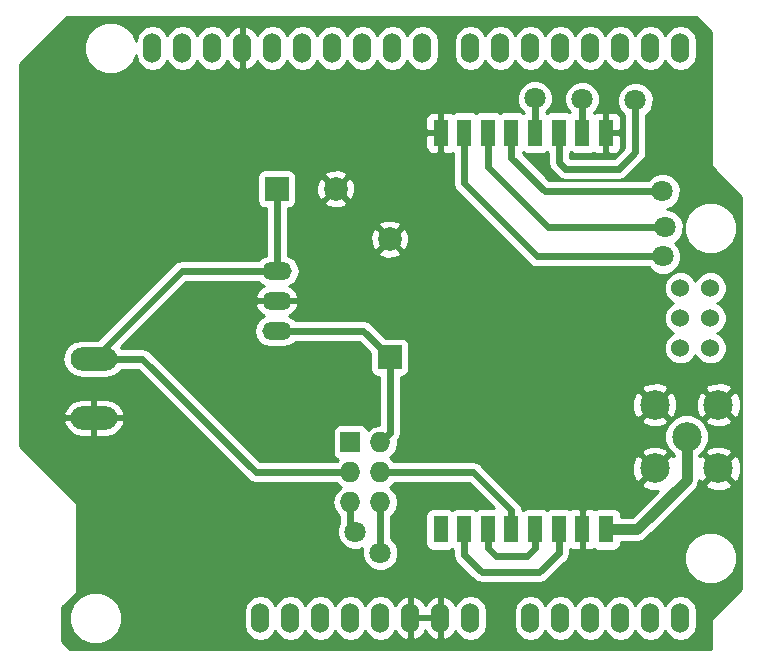
<source format=gbl>
G04 #@! TF.FileFunction,Copper,L2,Bot,Signal*
%FSLAX46Y46*%
G04 Gerber Fmt 4.6, Leading zero omitted, Abs format (unit mm)*
G04 Created by KiCad (PCBNEW 4.0.1-3.201512221401+6198~38~ubuntu15.10.1-stable) date sáb 13 feb 2016 13:11:59 CLT*
%MOMM*%
G01*
G04 APERTURE LIST*
%ADD10C,0.150000*%
%ADD11O,1.524000X2.540000*%
%ADD12C,1.524000*%
%ADD13O,3.962400X1.981200*%
%ADD14C,2.500000*%
%ADD15R,2.000000X2.000000*%
%ADD16C,2.000000*%
%ADD17O,2.499360X1.501140*%
%ADD18R,1.727200X1.727200*%
%ADD19O,1.727200X1.727200*%
%ADD20R,1.300000X2.300000*%
%ADD21C,1.800000*%
%ADD22C,0.600000*%
%ADD23C,0.900000*%
%ADD24C,0.254000*%
G04 APERTURE END LIST*
D10*
D11*
X82080100Y-82092800D03*
X79540100Y-82092800D03*
X77000100Y-82092800D03*
X69380100Y-82092800D03*
X71920100Y-82092800D03*
X74460100Y-82092800D03*
X64300100Y-82092800D03*
X61760100Y-82092800D03*
X59220100Y-82092800D03*
X54140100Y-82092800D03*
X51600100Y-82092800D03*
X82080100Y-33832800D03*
X79540100Y-33832800D03*
X77000100Y-33832800D03*
X74460100Y-33832800D03*
X71920100Y-33832800D03*
X69380100Y-33832800D03*
X66840100Y-33832800D03*
X64300100Y-33832800D03*
X60236100Y-33832800D03*
X57696100Y-33832800D03*
X55156100Y-33832800D03*
X52616100Y-33832800D03*
X50076100Y-33832800D03*
X47536100Y-33832800D03*
X44996100Y-33832800D03*
X42456100Y-33832800D03*
X56680100Y-82092800D03*
X39916100Y-33832800D03*
X37376100Y-33832800D03*
X49060100Y-82092800D03*
X46520100Y-82092800D03*
D12*
X82080100Y-54152800D03*
X84620100Y-54152800D03*
X82080100Y-56692800D03*
X84620100Y-56692800D03*
X82080100Y-59232800D03*
X84620100Y-59232800D03*
D13*
X32423100Y-65152400D03*
X32423100Y-60152400D03*
D14*
X85300800Y-69438500D03*
X85300800Y-64038500D03*
X79900800Y-69438500D03*
X79900800Y-64038500D03*
X82600800Y-66738500D03*
D15*
X57467500Y-60020200D03*
D16*
X57467500Y-50020200D03*
D17*
X47917100Y-55257700D03*
X47917100Y-52717700D03*
X47917100Y-57797700D03*
D18*
X54140100Y-67221100D03*
D19*
X56680100Y-67221100D03*
X54140100Y-69761100D03*
X56680100Y-69761100D03*
X54140100Y-72301100D03*
X56680100Y-72301100D03*
D20*
X75780800Y-41008300D03*
X73780800Y-41008300D03*
X71780800Y-41008300D03*
X69780800Y-41008300D03*
X67780800Y-41008300D03*
X65780800Y-41008300D03*
X63780800Y-41008300D03*
X61780800Y-41008300D03*
X75780800Y-74602400D03*
X73780800Y-74602400D03*
X71780800Y-74602400D03*
X69780800Y-74602400D03*
X67780800Y-74602400D03*
X65780800Y-74602400D03*
X63780800Y-74602400D03*
X61780800Y-74602400D03*
D15*
X47891700Y-45770800D03*
D16*
X52891700Y-45770800D03*
D21*
X78270100Y-38277800D03*
X69761100Y-38087300D03*
X80619600Y-51485800D03*
X80556100Y-45961300D03*
X80810100Y-49009300D03*
X73761600Y-38150800D03*
X54546500Y-74790300D03*
X56667400Y-76581000D03*
D22*
X71780800Y-41008300D02*
X71780800Y-43536000D01*
X78270100Y-42659300D02*
X78270100Y-38277800D01*
X76873100Y-44056300D02*
X78270100Y-42659300D01*
X72301100Y-44056300D02*
X76873100Y-44056300D01*
X71780800Y-43536000D02*
X72301100Y-44056300D01*
X69780800Y-41008300D02*
X69780800Y-38107000D01*
X69780800Y-38107000D02*
X69761100Y-38087300D01*
X63780800Y-41008300D02*
X63780800Y-45315000D01*
X69951600Y-51485800D02*
X80619600Y-51485800D01*
X63780800Y-45315000D02*
X69951600Y-51485800D01*
X67780800Y-41008300D02*
X67780800Y-43155500D01*
X70586600Y-45961300D02*
X80556100Y-45961300D01*
X67780800Y-43155500D02*
X70586600Y-45961300D01*
X65780800Y-41008300D02*
X65780800Y-43949500D01*
X70840600Y-49009300D02*
X80810100Y-49009300D01*
X65780800Y-43949500D02*
X70840600Y-49009300D01*
X65780800Y-74602400D02*
X65780800Y-76167100D01*
X69780800Y-76167600D02*
X69780800Y-74602400D01*
X69126100Y-76822300D02*
X69780800Y-76167600D01*
X66436000Y-76822300D02*
X69126100Y-76822300D01*
X65780800Y-76167100D02*
X66436000Y-76822300D01*
X63780800Y-74602400D02*
X63780800Y-76747500D01*
X71780800Y-76580600D02*
X71780800Y-74602400D01*
X70142100Y-78219300D02*
X71780800Y-76580600D01*
X65252600Y-78219300D02*
X70142100Y-78219300D01*
X63780800Y-76747500D02*
X65252600Y-78219300D01*
D23*
X75780800Y-74602400D02*
X78394500Y-74602400D01*
X82600800Y-70396100D02*
X82600800Y-66738500D01*
X78394500Y-74602400D02*
X82600800Y-70396100D01*
D22*
X73780800Y-41008300D02*
X73780800Y-38170000D01*
X73780800Y-38170000D02*
X73761600Y-38150800D01*
X57467500Y-60020200D02*
X57467500Y-66433700D01*
X57467500Y-66433700D02*
X56680100Y-67221100D01*
X47917100Y-57797700D02*
X55245000Y-57797700D01*
X55245000Y-57797700D02*
X57467500Y-60020200D01*
X47917100Y-52717700D02*
X47917100Y-45796200D01*
X47917100Y-45796200D02*
X47891700Y-45770800D01*
X47917100Y-52717700D02*
X39857800Y-52717700D01*
X39857800Y-52717700D02*
X32423100Y-60152400D01*
X54140100Y-69761100D02*
X46126400Y-69761100D01*
X36517700Y-60152400D02*
X32423100Y-60152400D01*
X46126400Y-69761100D02*
X36517700Y-60152400D01*
X56680100Y-69761100D02*
X64541400Y-69761100D01*
X67780800Y-73000500D02*
X67780800Y-74602400D01*
X64541400Y-69761100D02*
X67780800Y-73000500D01*
X54140100Y-72301100D02*
X54140100Y-74383900D01*
X54140100Y-74383900D02*
X54546500Y-74790300D01*
X56680100Y-72301100D02*
X56680100Y-76568300D01*
X56680100Y-76568300D02*
X56667400Y-76581000D01*
D24*
G36*
X84683600Y-32488406D02*
X84683600Y-43865800D01*
X84693606Y-43915210D01*
X84720797Y-43955603D01*
X87223600Y-46458406D01*
X87223600Y-79627194D01*
X84720797Y-82129997D01*
X84692934Y-82172011D01*
X84683600Y-82219800D01*
X84683600Y-84696300D01*
X30443706Y-84696300D01*
X29756100Y-84008694D01*
X29756100Y-82532943D01*
X30327215Y-82532943D01*
X30664858Y-83350100D01*
X31289511Y-83975845D01*
X32106078Y-84314913D01*
X32990243Y-84315685D01*
X33807400Y-83978042D01*
X34433145Y-83353389D01*
X34772213Y-82536822D01*
X34772985Y-81652657D01*
X34729527Y-81547479D01*
X45123100Y-81547479D01*
X45123100Y-82638121D01*
X45229440Y-83172730D01*
X45532272Y-83625949D01*
X45985491Y-83928781D01*
X46520100Y-84035121D01*
X47054709Y-83928781D01*
X47507928Y-83625949D01*
X47790100Y-83203650D01*
X48072272Y-83625949D01*
X48525491Y-83928781D01*
X49060100Y-84035121D01*
X49594709Y-83928781D01*
X50047928Y-83625949D01*
X50330100Y-83203650D01*
X50612272Y-83625949D01*
X51065491Y-83928781D01*
X51600100Y-84035121D01*
X52134709Y-83928781D01*
X52587928Y-83625949D01*
X52870100Y-83203650D01*
X53152272Y-83625949D01*
X53605491Y-83928781D01*
X54140100Y-84035121D01*
X54674709Y-83928781D01*
X55127928Y-83625949D01*
X55410100Y-83203650D01*
X55692272Y-83625949D01*
X56145491Y-83928781D01*
X56680100Y-84035121D01*
X57214709Y-83928781D01*
X57667928Y-83625949D01*
X57959430Y-83189687D01*
X57978041Y-83252741D01*
X58322074Y-83678430D01*
X58802823Y-83940060D01*
X58877030Y-83955020D01*
X59093100Y-83832520D01*
X59093100Y-82219800D01*
X59347100Y-82219800D01*
X59347100Y-83832520D01*
X59563170Y-83955020D01*
X59637377Y-83940060D01*
X60118126Y-83678430D01*
X60462159Y-83252741D01*
X60490100Y-83158077D01*
X60518041Y-83252741D01*
X60862074Y-83678430D01*
X61342823Y-83940060D01*
X61417030Y-83955020D01*
X61633100Y-83832520D01*
X61633100Y-82219800D01*
X59347100Y-82219800D01*
X59093100Y-82219800D01*
X59073100Y-82219800D01*
X59073100Y-81965800D01*
X59093100Y-81965800D01*
X59093100Y-80353080D01*
X59347100Y-80353080D01*
X59347100Y-81965800D01*
X61633100Y-81965800D01*
X61633100Y-80353080D01*
X61887100Y-80353080D01*
X61887100Y-81965800D01*
X61907100Y-81965800D01*
X61907100Y-82219800D01*
X61887100Y-82219800D01*
X61887100Y-83832520D01*
X62103170Y-83955020D01*
X62177377Y-83940060D01*
X62658126Y-83678430D01*
X63002159Y-83252741D01*
X63020770Y-83189687D01*
X63312272Y-83625949D01*
X63765491Y-83928781D01*
X64300100Y-84035121D01*
X64834709Y-83928781D01*
X65287928Y-83625949D01*
X65590760Y-83172730D01*
X65697100Y-82638121D01*
X65697100Y-81547479D01*
X67983100Y-81547479D01*
X67983100Y-82638121D01*
X68089440Y-83172730D01*
X68392272Y-83625949D01*
X68845491Y-83928781D01*
X69380100Y-84035121D01*
X69914709Y-83928781D01*
X70367928Y-83625949D01*
X70650100Y-83203650D01*
X70932272Y-83625949D01*
X71385491Y-83928781D01*
X71920100Y-84035121D01*
X72454709Y-83928781D01*
X72907928Y-83625949D01*
X73190100Y-83203650D01*
X73472272Y-83625949D01*
X73925491Y-83928781D01*
X74460100Y-84035121D01*
X74994709Y-83928781D01*
X75447928Y-83625949D01*
X75730100Y-83203650D01*
X76012272Y-83625949D01*
X76465491Y-83928781D01*
X77000100Y-84035121D01*
X77534709Y-83928781D01*
X77987928Y-83625949D01*
X78270100Y-83203650D01*
X78552272Y-83625949D01*
X79005491Y-83928781D01*
X79540100Y-84035121D01*
X80074709Y-83928781D01*
X80527928Y-83625949D01*
X80810100Y-83203650D01*
X81092272Y-83625949D01*
X81545491Y-83928781D01*
X82080100Y-84035121D01*
X82614709Y-83928781D01*
X83067928Y-83625949D01*
X83370760Y-83172730D01*
X83477100Y-82638121D01*
X83477100Y-81547479D01*
X83370760Y-81012870D01*
X83067928Y-80559651D01*
X82614709Y-80256819D01*
X82080100Y-80150479D01*
X81545491Y-80256819D01*
X81092272Y-80559651D01*
X80810100Y-80981950D01*
X80527928Y-80559651D01*
X80074709Y-80256819D01*
X79540100Y-80150479D01*
X79005491Y-80256819D01*
X78552272Y-80559651D01*
X78270100Y-80981950D01*
X77987928Y-80559651D01*
X77534709Y-80256819D01*
X77000100Y-80150479D01*
X76465491Y-80256819D01*
X76012272Y-80559651D01*
X75730100Y-80981950D01*
X75447928Y-80559651D01*
X74994709Y-80256819D01*
X74460100Y-80150479D01*
X73925491Y-80256819D01*
X73472272Y-80559651D01*
X73190100Y-80981950D01*
X72907928Y-80559651D01*
X72454709Y-80256819D01*
X71920100Y-80150479D01*
X71385491Y-80256819D01*
X70932272Y-80559651D01*
X70650100Y-80981950D01*
X70367928Y-80559651D01*
X69914709Y-80256819D01*
X69380100Y-80150479D01*
X68845491Y-80256819D01*
X68392272Y-80559651D01*
X68089440Y-81012870D01*
X67983100Y-81547479D01*
X65697100Y-81547479D01*
X65590760Y-81012870D01*
X65287928Y-80559651D01*
X64834709Y-80256819D01*
X64300100Y-80150479D01*
X63765491Y-80256819D01*
X63312272Y-80559651D01*
X63020770Y-80995913D01*
X63002159Y-80932859D01*
X62658126Y-80507170D01*
X62177377Y-80245540D01*
X62103170Y-80230580D01*
X61887100Y-80353080D01*
X61633100Y-80353080D01*
X61417030Y-80230580D01*
X61342823Y-80245540D01*
X60862074Y-80507170D01*
X60518041Y-80932859D01*
X60490100Y-81027523D01*
X60462159Y-80932859D01*
X60118126Y-80507170D01*
X59637377Y-80245540D01*
X59563170Y-80230580D01*
X59347100Y-80353080D01*
X59093100Y-80353080D01*
X58877030Y-80230580D01*
X58802823Y-80245540D01*
X58322074Y-80507170D01*
X57978041Y-80932859D01*
X57959430Y-80995913D01*
X57667928Y-80559651D01*
X57214709Y-80256819D01*
X56680100Y-80150479D01*
X56145491Y-80256819D01*
X55692272Y-80559651D01*
X55410100Y-80981950D01*
X55127928Y-80559651D01*
X54674709Y-80256819D01*
X54140100Y-80150479D01*
X53605491Y-80256819D01*
X53152272Y-80559651D01*
X52870100Y-80981950D01*
X52587928Y-80559651D01*
X52134709Y-80256819D01*
X51600100Y-80150479D01*
X51065491Y-80256819D01*
X50612272Y-80559651D01*
X50330100Y-80981950D01*
X50047928Y-80559651D01*
X49594709Y-80256819D01*
X49060100Y-80150479D01*
X48525491Y-80256819D01*
X48072272Y-80559651D01*
X47790100Y-80981950D01*
X47507928Y-80559651D01*
X47054709Y-80256819D01*
X46520100Y-80150479D01*
X45985491Y-80256819D01*
X45532272Y-80559651D01*
X45229440Y-81012870D01*
X45123100Y-81547479D01*
X34729527Y-81547479D01*
X34435342Y-80835500D01*
X33810689Y-80209755D01*
X32994122Y-79870687D01*
X32109957Y-79869915D01*
X31292800Y-80207558D01*
X30667055Y-80832211D01*
X30327987Y-81648778D01*
X30327215Y-82532943D01*
X29756100Y-82532943D01*
X29756100Y-81192906D01*
X30988903Y-79960103D01*
X31016766Y-79918089D01*
X31026100Y-79870300D01*
X31026100Y-72440800D01*
X31016094Y-72391390D01*
X30988903Y-72350997D01*
X26136600Y-67498694D01*
X26136600Y-65531359D01*
X29851689Y-65531359D01*
X29882040Y-65657157D01*
X30193224Y-66212070D01*
X30693077Y-66605658D01*
X31305500Y-66778000D01*
X32296100Y-66778000D01*
X32296100Y-65279400D01*
X32550100Y-65279400D01*
X32550100Y-66778000D01*
X33540700Y-66778000D01*
X34153123Y-66605658D01*
X34652976Y-66212070D01*
X34964160Y-65657157D01*
X34994511Y-65531359D01*
X34875042Y-65279400D01*
X32550100Y-65279400D01*
X32296100Y-65279400D01*
X29971158Y-65279400D01*
X29851689Y-65531359D01*
X26136600Y-65531359D01*
X26136600Y-64773441D01*
X29851689Y-64773441D01*
X29971158Y-65025400D01*
X32296100Y-65025400D01*
X32296100Y-63526800D01*
X32550100Y-63526800D01*
X32550100Y-65025400D01*
X34875042Y-65025400D01*
X34994511Y-64773441D01*
X34964160Y-64647643D01*
X34652976Y-64092730D01*
X34153123Y-63699142D01*
X33540700Y-63526800D01*
X32550100Y-63526800D01*
X32296100Y-63526800D01*
X31305500Y-63526800D01*
X30693077Y-63699142D01*
X30193224Y-64092730D01*
X29882040Y-64647643D01*
X29851689Y-64773441D01*
X26136600Y-64773441D01*
X26136600Y-60152400D01*
X29755646Y-60152400D01*
X29879387Y-60774490D01*
X30231773Y-61301873D01*
X30759156Y-61654259D01*
X31381246Y-61778000D01*
X33464954Y-61778000D01*
X34087044Y-61654259D01*
X34614427Y-61301873D01*
X34757733Y-61087400D01*
X36130410Y-61087400D01*
X45465255Y-70422245D01*
X45768591Y-70624927D01*
X46126400Y-70696100D01*
X52967769Y-70696100D01*
X53051071Y-70820770D01*
X53365852Y-71031100D01*
X53051071Y-71241430D01*
X52726215Y-71727611D01*
X52612141Y-72301100D01*
X52726215Y-72874589D01*
X53051071Y-73360770D01*
X53205100Y-73463689D01*
X53205100Y-74018032D01*
X53011767Y-74483630D01*
X53011235Y-75094291D01*
X53244432Y-75658671D01*
X53675857Y-76090851D01*
X54239830Y-76325033D01*
X54850491Y-76325565D01*
X55165427Y-76195436D01*
X55132667Y-76274330D01*
X55132135Y-76884991D01*
X55365332Y-77449371D01*
X55796757Y-77881551D01*
X56360730Y-78115733D01*
X56971391Y-78116265D01*
X57535771Y-77883068D01*
X57967951Y-77451643D01*
X58202133Y-76887670D01*
X58202665Y-76277009D01*
X57969468Y-75712629D01*
X57615100Y-75357641D01*
X57615100Y-73463689D01*
X57769129Y-73360770D01*
X58093985Y-72874589D01*
X58208059Y-72301100D01*
X58093985Y-71727611D01*
X57769129Y-71241430D01*
X57454348Y-71031100D01*
X57769129Y-70820770D01*
X57852431Y-70696100D01*
X64154110Y-70696100D01*
X66262970Y-72804960D01*
X65130800Y-72804960D01*
X64895483Y-72849238D01*
X64780822Y-72923020D01*
X64682690Y-72855969D01*
X64430800Y-72804960D01*
X63130800Y-72804960D01*
X62895483Y-72849238D01*
X62780822Y-72923020D01*
X62682690Y-72855969D01*
X62430800Y-72804960D01*
X61130800Y-72804960D01*
X60895483Y-72849238D01*
X60679359Y-72988310D01*
X60534369Y-73200510D01*
X60483360Y-73452400D01*
X60483360Y-75752400D01*
X60527638Y-75987717D01*
X60666710Y-76203841D01*
X60878910Y-76348831D01*
X61130800Y-76399840D01*
X62430800Y-76399840D01*
X62666117Y-76355562D01*
X62780778Y-76281780D01*
X62845800Y-76326208D01*
X62845800Y-76747500D01*
X62916973Y-77105309D01*
X63119655Y-77408645D01*
X64591455Y-78880445D01*
X64894791Y-79083127D01*
X64954156Y-79094936D01*
X65252600Y-79154301D01*
X65252605Y-79154300D01*
X70142100Y-79154300D01*
X70499909Y-79083127D01*
X70803245Y-78880445D01*
X72230747Y-77452943D01*
X82397215Y-77452943D01*
X82734858Y-78270100D01*
X83359511Y-78895845D01*
X84176078Y-79234913D01*
X85060243Y-79235685D01*
X85877400Y-78898042D01*
X86503145Y-78273389D01*
X86842213Y-77456822D01*
X86842985Y-76572657D01*
X86505342Y-75755500D01*
X85880689Y-75129755D01*
X85064122Y-74790687D01*
X84179957Y-74789915D01*
X83362800Y-75127558D01*
X82737055Y-75752211D01*
X82397987Y-76568778D01*
X82397215Y-77452943D01*
X72230747Y-77452943D01*
X72441945Y-77241745D01*
X72644627Y-76938409D01*
X72715800Y-76580600D01*
X72715800Y-76323592D01*
X72769446Y-76289071D01*
X72771102Y-76290727D01*
X73004491Y-76387400D01*
X73495050Y-76387400D01*
X73653800Y-76228650D01*
X73653800Y-74729400D01*
X73633800Y-74729400D01*
X73633800Y-74475400D01*
X73653800Y-74475400D01*
X73653800Y-72976150D01*
X73907800Y-72976150D01*
X73907800Y-74475400D01*
X73927800Y-74475400D01*
X73927800Y-74729400D01*
X73907800Y-74729400D01*
X73907800Y-76228650D01*
X74066550Y-76387400D01*
X74557109Y-76387400D01*
X74790498Y-76290727D01*
X74791868Y-76289357D01*
X74878910Y-76348831D01*
X75130800Y-76399840D01*
X76430800Y-76399840D01*
X76666117Y-76355562D01*
X76882241Y-76216490D01*
X77027231Y-76004290D01*
X77078240Y-75752400D01*
X77078240Y-75687400D01*
X78394500Y-75687400D01*
X78809712Y-75604809D01*
X79161711Y-75369611D01*
X83368011Y-71163311D01*
X83603210Y-70811311D01*
X83611065Y-70771820D01*
X84147085Y-70771820D01*
X84276333Y-71064623D01*
X84976606Y-71332888D01*
X85726235Y-71312750D01*
X86325267Y-71064623D01*
X86454515Y-70771820D01*
X85300800Y-69618105D01*
X84147085Y-70771820D01*
X83611065Y-70771820D01*
X83673206Y-70459417D01*
X83674677Y-70462967D01*
X83967480Y-70592215D01*
X85121195Y-69438500D01*
X85480405Y-69438500D01*
X86634120Y-70592215D01*
X86926923Y-70462967D01*
X87195188Y-69762694D01*
X87175050Y-69013065D01*
X86926923Y-68414033D01*
X86634120Y-68284785D01*
X85480405Y-69438500D01*
X85121195Y-69438500D01*
X83967480Y-68284785D01*
X83685800Y-68409123D01*
X83685800Y-68318861D01*
X83899854Y-68105180D01*
X84147085Y-68105180D01*
X85300800Y-69258895D01*
X86454515Y-68105180D01*
X86325267Y-67812377D01*
X85624994Y-67544112D01*
X84875365Y-67564250D01*
X84276333Y-67812377D01*
X84147085Y-68105180D01*
X83899854Y-68105180D01*
X84197893Y-67807661D01*
X84485472Y-67115095D01*
X84486126Y-66365195D01*
X84199757Y-65672128D01*
X83899973Y-65371820D01*
X84147085Y-65371820D01*
X84276333Y-65664623D01*
X84976606Y-65932888D01*
X85726235Y-65912750D01*
X86325267Y-65664623D01*
X86454515Y-65371820D01*
X85300800Y-64218105D01*
X84147085Y-65371820D01*
X83899973Y-65371820D01*
X83669961Y-65141407D01*
X82977395Y-64853828D01*
X82227495Y-64853174D01*
X81534428Y-65139543D01*
X81003707Y-65669339D01*
X80716128Y-66361905D01*
X80715474Y-67111805D01*
X81001843Y-67804872D01*
X81515800Y-68319726D01*
X81515800Y-68409123D01*
X81234120Y-68284785D01*
X80080405Y-69438500D01*
X80094548Y-69452643D01*
X79914943Y-69632248D01*
X79900800Y-69618105D01*
X78747085Y-70771820D01*
X78876333Y-71064623D01*
X79576606Y-71332888D01*
X80144855Y-71317623D01*
X77945078Y-73517400D01*
X77078240Y-73517400D01*
X77078240Y-73452400D01*
X77033962Y-73217083D01*
X76894890Y-73000959D01*
X76682690Y-72855969D01*
X76430800Y-72804960D01*
X75130800Y-72804960D01*
X74895483Y-72849238D01*
X74792154Y-72915729D01*
X74790498Y-72914073D01*
X74557109Y-72817400D01*
X74066550Y-72817400D01*
X73907800Y-72976150D01*
X73653800Y-72976150D01*
X73495050Y-72817400D01*
X73004491Y-72817400D01*
X72771102Y-72914073D01*
X72769732Y-72915443D01*
X72682690Y-72855969D01*
X72430800Y-72804960D01*
X71130800Y-72804960D01*
X70895483Y-72849238D01*
X70780822Y-72923020D01*
X70682690Y-72855969D01*
X70430800Y-72804960D01*
X69130800Y-72804960D01*
X68895483Y-72849238D01*
X68780822Y-72923020D01*
X68687737Y-72859417D01*
X68644627Y-72642691D01*
X68441945Y-72339355D01*
X65216896Y-69114306D01*
X78006412Y-69114306D01*
X78026550Y-69863935D01*
X78274677Y-70462967D01*
X78567480Y-70592215D01*
X79721195Y-69438500D01*
X78567480Y-68284785D01*
X78274677Y-68414033D01*
X78006412Y-69114306D01*
X65216896Y-69114306D01*
X65202545Y-69099955D01*
X64899209Y-68897273D01*
X64541400Y-68826100D01*
X57852431Y-68826100D01*
X57769129Y-68701430D01*
X57454348Y-68491100D01*
X57769129Y-68280770D01*
X57886454Y-68105180D01*
X78747085Y-68105180D01*
X79900800Y-69258895D01*
X81054515Y-68105180D01*
X80925267Y-67812377D01*
X80224994Y-67544112D01*
X79475365Y-67564250D01*
X78876333Y-67812377D01*
X78747085Y-68105180D01*
X57886454Y-68105180D01*
X58093985Y-67794589D01*
X58208059Y-67221100D01*
X58170489Y-67032221D01*
X58331327Y-66791509D01*
X58402500Y-66433700D01*
X58402500Y-65371820D01*
X78747085Y-65371820D01*
X78876333Y-65664623D01*
X79576606Y-65932888D01*
X80326235Y-65912750D01*
X80925267Y-65664623D01*
X81054515Y-65371820D01*
X79900800Y-64218105D01*
X78747085Y-65371820D01*
X58402500Y-65371820D01*
X58402500Y-63714306D01*
X78006412Y-63714306D01*
X78026550Y-64463935D01*
X78274677Y-65062967D01*
X78567480Y-65192215D01*
X79721195Y-64038500D01*
X80080405Y-64038500D01*
X81234120Y-65192215D01*
X81526923Y-65062967D01*
X81795188Y-64362694D01*
X81777770Y-63714306D01*
X83406412Y-63714306D01*
X83426550Y-64463935D01*
X83674677Y-65062967D01*
X83967480Y-65192215D01*
X85121195Y-64038500D01*
X85480405Y-64038500D01*
X86634120Y-65192215D01*
X86926923Y-65062967D01*
X87195188Y-64362694D01*
X87175050Y-63613065D01*
X86926923Y-63014033D01*
X86634120Y-62884785D01*
X85480405Y-64038500D01*
X85121195Y-64038500D01*
X83967480Y-62884785D01*
X83674677Y-63014033D01*
X83406412Y-63714306D01*
X81777770Y-63714306D01*
X81775050Y-63613065D01*
X81526923Y-63014033D01*
X81234120Y-62884785D01*
X80080405Y-64038500D01*
X79721195Y-64038500D01*
X78567480Y-62884785D01*
X78274677Y-63014033D01*
X78006412Y-63714306D01*
X58402500Y-63714306D01*
X58402500Y-62705180D01*
X78747085Y-62705180D01*
X79900800Y-63858895D01*
X81054515Y-62705180D01*
X84147085Y-62705180D01*
X85300800Y-63858895D01*
X86454515Y-62705180D01*
X86325267Y-62412377D01*
X85624994Y-62144112D01*
X84875365Y-62164250D01*
X84276333Y-62412377D01*
X84147085Y-62705180D01*
X81054515Y-62705180D01*
X80925267Y-62412377D01*
X80224994Y-62144112D01*
X79475365Y-62164250D01*
X78876333Y-62412377D01*
X78747085Y-62705180D01*
X58402500Y-62705180D01*
X58402500Y-61667640D01*
X58467500Y-61667640D01*
X58702817Y-61623362D01*
X58918941Y-61484290D01*
X59063931Y-61272090D01*
X59114940Y-61020200D01*
X59114940Y-59020200D01*
X59070662Y-58784883D01*
X58931590Y-58568759D01*
X58719390Y-58423769D01*
X58467500Y-58372760D01*
X57142350Y-58372760D01*
X55906145Y-57136555D01*
X55602809Y-56933873D01*
X55245000Y-56862700D01*
X49462777Y-56862700D01*
X49432879Y-56817954D01*
X48983368Y-56517600D01*
X48974068Y-56515750D01*
X49063777Y-56489199D01*
X49485758Y-56147644D01*
X49744910Y-55670603D01*
X49759093Y-55598975D01*
X49636439Y-55384700D01*
X48044100Y-55384700D01*
X48044100Y-55404700D01*
X47790100Y-55404700D01*
X47790100Y-55384700D01*
X46197761Y-55384700D01*
X46075107Y-55598975D01*
X46089290Y-55670603D01*
X46348442Y-56147644D01*
X46770423Y-56489199D01*
X46860132Y-56515750D01*
X46850832Y-56517600D01*
X46401321Y-56817954D01*
X46100967Y-57267465D01*
X45995497Y-57797700D01*
X46100967Y-58327935D01*
X46401321Y-58777446D01*
X46850832Y-59077800D01*
X47381067Y-59183270D01*
X48453133Y-59183270D01*
X48983368Y-59077800D01*
X49432879Y-58777446D01*
X49462777Y-58732700D01*
X54857710Y-58732700D01*
X55820060Y-59695050D01*
X55820060Y-61020200D01*
X55864338Y-61255517D01*
X56003410Y-61471641D01*
X56215610Y-61616631D01*
X56467500Y-61667640D01*
X56532500Y-61667640D01*
X56532500Y-65746020D01*
X56077252Y-65836574D01*
X55611658Y-66147674D01*
X55606862Y-66122183D01*
X55467790Y-65906059D01*
X55255590Y-65761069D01*
X55003700Y-65710060D01*
X53276500Y-65710060D01*
X53041183Y-65754338D01*
X52825059Y-65893410D01*
X52680069Y-66105610D01*
X52629060Y-66357500D01*
X52629060Y-68084700D01*
X52673338Y-68320017D01*
X52812410Y-68536141D01*
X53024610Y-68681131D01*
X53068231Y-68689964D01*
X53051071Y-68701430D01*
X52967769Y-68826100D01*
X46513690Y-68826100D01*
X37178845Y-59491255D01*
X36875509Y-59288573D01*
X36517700Y-59217400D01*
X34757733Y-59217400D01*
X34726754Y-59171036D01*
X40245090Y-53652700D01*
X46371423Y-53652700D01*
X46401321Y-53697446D01*
X46850832Y-53997800D01*
X46860132Y-53999650D01*
X46770423Y-54026201D01*
X46348442Y-54367756D01*
X46089290Y-54844797D01*
X46075107Y-54916425D01*
X46197761Y-55130700D01*
X47790100Y-55130700D01*
X47790100Y-55110700D01*
X48044100Y-55110700D01*
X48044100Y-55130700D01*
X49636439Y-55130700D01*
X49759093Y-54916425D01*
X49744910Y-54844797D01*
X49519280Y-54429461D01*
X80682858Y-54429461D01*
X80895090Y-54943103D01*
X81287730Y-55336429D01*
X81495612Y-55422749D01*
X81289797Y-55507790D01*
X80896471Y-55900430D01*
X80683343Y-56413700D01*
X80682858Y-56969461D01*
X80895090Y-57483103D01*
X81287730Y-57876429D01*
X81495612Y-57962749D01*
X81289797Y-58047790D01*
X80896471Y-58440430D01*
X80683343Y-58953700D01*
X80682858Y-59509461D01*
X80895090Y-60023103D01*
X81287730Y-60416429D01*
X81801000Y-60629557D01*
X82356761Y-60630042D01*
X82870403Y-60417810D01*
X83263729Y-60025170D01*
X83350049Y-59817288D01*
X83435090Y-60023103D01*
X83827730Y-60416429D01*
X84341000Y-60629557D01*
X84896761Y-60630042D01*
X85410403Y-60417810D01*
X85803729Y-60025170D01*
X86016857Y-59511900D01*
X86017342Y-58956139D01*
X85805110Y-58442497D01*
X85412470Y-58049171D01*
X85204588Y-57962851D01*
X85410403Y-57877810D01*
X85803729Y-57485170D01*
X86016857Y-56971900D01*
X86017342Y-56416139D01*
X85805110Y-55902497D01*
X85412470Y-55509171D01*
X85204588Y-55422851D01*
X85410403Y-55337810D01*
X85803729Y-54945170D01*
X86016857Y-54431900D01*
X86017342Y-53876139D01*
X85805110Y-53362497D01*
X85412470Y-52969171D01*
X84899200Y-52756043D01*
X84343439Y-52755558D01*
X83829797Y-52967790D01*
X83436471Y-53360430D01*
X83350151Y-53568312D01*
X83265110Y-53362497D01*
X82872470Y-52969171D01*
X82359200Y-52756043D01*
X81803439Y-52755558D01*
X81289797Y-52967790D01*
X80896471Y-53360430D01*
X80683343Y-53873700D01*
X80682858Y-54429461D01*
X49519280Y-54429461D01*
X49485758Y-54367756D01*
X49063777Y-54026201D01*
X48974068Y-53999650D01*
X48983368Y-53997800D01*
X49432879Y-53697446D01*
X49733233Y-53247935D01*
X49838703Y-52717700D01*
X49733233Y-52187465D01*
X49432879Y-51737954D01*
X48983368Y-51437600D01*
X48852100Y-51411489D01*
X48852100Y-51172732D01*
X56494573Y-51172732D01*
X56593236Y-51439587D01*
X57202961Y-51666108D01*
X57852960Y-51642056D01*
X58341764Y-51439587D01*
X58440427Y-51172732D01*
X57467500Y-50199805D01*
X56494573Y-51172732D01*
X48852100Y-51172732D01*
X48852100Y-49755661D01*
X55821592Y-49755661D01*
X55845644Y-50405660D01*
X56048113Y-50894464D01*
X56314968Y-50993127D01*
X57287895Y-50020200D01*
X57647105Y-50020200D01*
X58620032Y-50993127D01*
X58886887Y-50894464D01*
X59113408Y-50284739D01*
X59089356Y-49634740D01*
X58886887Y-49145936D01*
X58620032Y-49047273D01*
X57647105Y-50020200D01*
X57287895Y-50020200D01*
X56314968Y-49047273D01*
X56048113Y-49145936D01*
X55821592Y-49755661D01*
X48852100Y-49755661D01*
X48852100Y-48867668D01*
X56494573Y-48867668D01*
X57467500Y-49840595D01*
X58440427Y-48867668D01*
X58341764Y-48600813D01*
X57732039Y-48374292D01*
X57082040Y-48398344D01*
X56593236Y-48600813D01*
X56494573Y-48867668D01*
X48852100Y-48867668D01*
X48852100Y-47418240D01*
X48891700Y-47418240D01*
X49127017Y-47373962D01*
X49343141Y-47234890D01*
X49488131Y-47022690D01*
X49508251Y-46923332D01*
X51918773Y-46923332D01*
X52017436Y-47190187D01*
X52627161Y-47416708D01*
X53277160Y-47392656D01*
X53765964Y-47190187D01*
X53864627Y-46923332D01*
X52891700Y-45950405D01*
X51918773Y-46923332D01*
X49508251Y-46923332D01*
X49539140Y-46770800D01*
X49539140Y-45506261D01*
X51245792Y-45506261D01*
X51269844Y-46156260D01*
X51472313Y-46645064D01*
X51739168Y-46743727D01*
X52712095Y-45770800D01*
X53071305Y-45770800D01*
X54044232Y-46743727D01*
X54311087Y-46645064D01*
X54537608Y-46035339D01*
X54513556Y-45385340D01*
X54311087Y-44896536D01*
X54044232Y-44797873D01*
X53071305Y-45770800D01*
X52712095Y-45770800D01*
X51739168Y-44797873D01*
X51472313Y-44896536D01*
X51245792Y-45506261D01*
X49539140Y-45506261D01*
X49539140Y-44770800D01*
X49510440Y-44618268D01*
X51918773Y-44618268D01*
X52891700Y-45591195D01*
X53864627Y-44618268D01*
X53765964Y-44351413D01*
X53156239Y-44124892D01*
X52506240Y-44148944D01*
X52017436Y-44351413D01*
X51918773Y-44618268D01*
X49510440Y-44618268D01*
X49494862Y-44535483D01*
X49355790Y-44319359D01*
X49143590Y-44174369D01*
X48891700Y-44123360D01*
X46891700Y-44123360D01*
X46656383Y-44167638D01*
X46440259Y-44306710D01*
X46295269Y-44518910D01*
X46244260Y-44770800D01*
X46244260Y-46770800D01*
X46288538Y-47006117D01*
X46427610Y-47222241D01*
X46639810Y-47367231D01*
X46891700Y-47418240D01*
X46982100Y-47418240D01*
X46982100Y-51411489D01*
X46850832Y-51437600D01*
X46401321Y-51737954D01*
X46371423Y-51782700D01*
X39857805Y-51782700D01*
X39857800Y-51782699D01*
X39559356Y-51842064D01*
X39499991Y-51853873D01*
X39196655Y-52056555D01*
X32726410Y-58526800D01*
X31381246Y-58526800D01*
X30759156Y-58650541D01*
X30231773Y-59002927D01*
X29879387Y-59530310D01*
X29755646Y-60152400D01*
X26136600Y-60152400D01*
X26136600Y-41294050D01*
X60495800Y-41294050D01*
X60495800Y-42284610D01*
X60592473Y-42517999D01*
X60771102Y-42696627D01*
X61004491Y-42793300D01*
X61495050Y-42793300D01*
X61653800Y-42634550D01*
X61653800Y-41135300D01*
X60654550Y-41135300D01*
X60495800Y-41294050D01*
X26136600Y-41294050D01*
X26136600Y-39731990D01*
X60495800Y-39731990D01*
X60495800Y-40722550D01*
X60654550Y-40881300D01*
X61653800Y-40881300D01*
X61653800Y-39382050D01*
X61907800Y-39382050D01*
X61907800Y-40881300D01*
X61927800Y-40881300D01*
X61927800Y-41135300D01*
X61907800Y-41135300D01*
X61907800Y-42634550D01*
X62066550Y-42793300D01*
X62557109Y-42793300D01*
X62790498Y-42696627D01*
X62791868Y-42695257D01*
X62845800Y-42732108D01*
X62845800Y-45315000D01*
X62916973Y-45672809D01*
X63119655Y-45976145D01*
X69290455Y-52146945D01*
X69593791Y-52349627D01*
X69951600Y-52420800D01*
X79384045Y-52420800D01*
X79748957Y-52786351D01*
X80312930Y-53020533D01*
X80923591Y-53021065D01*
X81487971Y-52787868D01*
X81920151Y-52356443D01*
X82154333Y-51792470D01*
X82154865Y-51181809D01*
X81921668Y-50617429D01*
X81634343Y-50329601D01*
X81678471Y-50311368D01*
X82110651Y-49879943D01*
X82263042Y-49512943D01*
X82397215Y-49512943D01*
X82734858Y-50330100D01*
X83359511Y-50955845D01*
X84176078Y-51294913D01*
X85060243Y-51295685D01*
X85877400Y-50958042D01*
X86503145Y-50333389D01*
X86842213Y-49516822D01*
X86842985Y-48632657D01*
X86505342Y-47815500D01*
X85880689Y-47189755D01*
X85064122Y-46850687D01*
X84179957Y-46849915D01*
X83362800Y-47187558D01*
X82737055Y-47812211D01*
X82397987Y-48628778D01*
X82397215Y-49512943D01*
X82263042Y-49512943D01*
X82344833Y-49315970D01*
X82345365Y-48705309D01*
X82112168Y-48140929D01*
X81680743Y-47708749D01*
X81116770Y-47474567D01*
X80913758Y-47474390D01*
X81424471Y-47263368D01*
X81856651Y-46831943D01*
X82090833Y-46267970D01*
X82091365Y-45657309D01*
X81858168Y-45092929D01*
X81426743Y-44660749D01*
X80862770Y-44426567D01*
X80252109Y-44426035D01*
X79687729Y-44659232D01*
X79320019Y-45026300D01*
X70973890Y-45026300D01*
X68715800Y-42768210D01*
X68715800Y-42729492D01*
X68780778Y-42687680D01*
X68878910Y-42754731D01*
X69130800Y-42805740D01*
X70430800Y-42805740D01*
X70666117Y-42761462D01*
X70780778Y-42687680D01*
X70845800Y-42732108D01*
X70845800Y-43536000D01*
X70916973Y-43893809D01*
X71119655Y-44197145D01*
X71639955Y-44717445D01*
X71943291Y-44920127D01*
X72301100Y-44991300D01*
X76873100Y-44991300D01*
X77230909Y-44920127D01*
X77534245Y-44717445D01*
X78931245Y-43320445D01*
X79133927Y-43017109D01*
X79205100Y-42659300D01*
X79205100Y-39513355D01*
X79570651Y-39148443D01*
X79804833Y-38584470D01*
X79805365Y-37973809D01*
X79572168Y-37409429D01*
X79140743Y-36977249D01*
X78576770Y-36743067D01*
X77966109Y-36742535D01*
X77401729Y-36975732D01*
X76969549Y-37407157D01*
X76735367Y-37971130D01*
X76734835Y-38581791D01*
X76968032Y-39146171D01*
X77335100Y-39513881D01*
X77335100Y-42272010D01*
X76485810Y-43121300D01*
X72715800Y-43121300D01*
X72715800Y-42729492D01*
X72780778Y-42687680D01*
X72878910Y-42754731D01*
X73130800Y-42805740D01*
X74430800Y-42805740D01*
X74666117Y-42761462D01*
X74769446Y-42694971D01*
X74771102Y-42696627D01*
X75004491Y-42793300D01*
X75495050Y-42793300D01*
X75653800Y-42634550D01*
X75653800Y-41135300D01*
X75907800Y-41135300D01*
X75907800Y-42634550D01*
X76066550Y-42793300D01*
X76557109Y-42793300D01*
X76790498Y-42696627D01*
X76969127Y-42517999D01*
X77065800Y-42284610D01*
X77065800Y-41294050D01*
X76907050Y-41135300D01*
X75907800Y-41135300D01*
X75653800Y-41135300D01*
X75633800Y-41135300D01*
X75633800Y-40881300D01*
X75653800Y-40881300D01*
X75653800Y-39382050D01*
X75907800Y-39382050D01*
X75907800Y-40881300D01*
X76907050Y-40881300D01*
X77065800Y-40722550D01*
X77065800Y-39731990D01*
X76969127Y-39498601D01*
X76790498Y-39319973D01*
X76557109Y-39223300D01*
X76066550Y-39223300D01*
X75907800Y-39382050D01*
X75653800Y-39382050D01*
X75495050Y-39223300D01*
X75004491Y-39223300D01*
X74771102Y-39319973D01*
X74769732Y-39321343D01*
X74764980Y-39318095D01*
X75062151Y-39021443D01*
X75296333Y-38457470D01*
X75296865Y-37846809D01*
X75063668Y-37282429D01*
X74632243Y-36850249D01*
X74068270Y-36616067D01*
X73457609Y-36615535D01*
X72893229Y-36848732D01*
X72461049Y-37280157D01*
X72226867Y-37844130D01*
X72226335Y-38454791D01*
X72459532Y-39019171D01*
X72742818Y-39302953D01*
X72682690Y-39261869D01*
X72430800Y-39210860D01*
X71130800Y-39210860D01*
X70895483Y-39255138D01*
X70780822Y-39328920D01*
X70726920Y-39292090D01*
X71061651Y-38957943D01*
X71295833Y-38393970D01*
X71296365Y-37783309D01*
X71063168Y-37218929D01*
X70631743Y-36786749D01*
X70067770Y-36552567D01*
X69457109Y-36552035D01*
X68892729Y-36785232D01*
X68460549Y-37216657D01*
X68226367Y-37780630D01*
X68225835Y-38391291D01*
X68459032Y-38955671D01*
X68811758Y-39309014D01*
X68780822Y-39328920D01*
X68682690Y-39261869D01*
X68430800Y-39210860D01*
X67130800Y-39210860D01*
X66895483Y-39255138D01*
X66780822Y-39328920D01*
X66682690Y-39261869D01*
X66430800Y-39210860D01*
X65130800Y-39210860D01*
X64895483Y-39255138D01*
X64780822Y-39328920D01*
X64682690Y-39261869D01*
X64430800Y-39210860D01*
X63130800Y-39210860D01*
X62895483Y-39255138D01*
X62792154Y-39321629D01*
X62790498Y-39319973D01*
X62557109Y-39223300D01*
X62066550Y-39223300D01*
X61907800Y-39382050D01*
X61653800Y-39382050D01*
X61495050Y-39223300D01*
X61004491Y-39223300D01*
X60771102Y-39319973D01*
X60592473Y-39498601D01*
X60495800Y-39731990D01*
X26136600Y-39731990D01*
X26136600Y-35218906D01*
X27082563Y-34272943D01*
X31597215Y-34272943D01*
X31934858Y-35090100D01*
X32559511Y-35715845D01*
X33376078Y-36054913D01*
X34260243Y-36055685D01*
X35077400Y-35718042D01*
X35703145Y-35093389D01*
X35985918Y-34412396D01*
X36085440Y-34912730D01*
X36388272Y-35365949D01*
X36841491Y-35668781D01*
X37376100Y-35775121D01*
X37910709Y-35668781D01*
X38363928Y-35365949D01*
X38646100Y-34943650D01*
X38928272Y-35365949D01*
X39381491Y-35668781D01*
X39916100Y-35775121D01*
X40450709Y-35668781D01*
X40903928Y-35365949D01*
X41186100Y-34943650D01*
X41468272Y-35365949D01*
X41921491Y-35668781D01*
X42456100Y-35775121D01*
X42990709Y-35668781D01*
X43443928Y-35365949D01*
X43735430Y-34929687D01*
X43754041Y-34992741D01*
X44098074Y-35418430D01*
X44578823Y-35680060D01*
X44653030Y-35695020D01*
X44869100Y-35572520D01*
X44869100Y-33959800D01*
X44849100Y-33959800D01*
X44849100Y-33705800D01*
X44869100Y-33705800D01*
X44869100Y-32093080D01*
X45123100Y-32093080D01*
X45123100Y-33705800D01*
X45143100Y-33705800D01*
X45143100Y-33959800D01*
X45123100Y-33959800D01*
X45123100Y-35572520D01*
X45339170Y-35695020D01*
X45413377Y-35680060D01*
X45894126Y-35418430D01*
X46238159Y-34992741D01*
X46256770Y-34929687D01*
X46548272Y-35365949D01*
X47001491Y-35668781D01*
X47536100Y-35775121D01*
X48070709Y-35668781D01*
X48523928Y-35365949D01*
X48806100Y-34943650D01*
X49088272Y-35365949D01*
X49541491Y-35668781D01*
X50076100Y-35775121D01*
X50610709Y-35668781D01*
X51063928Y-35365949D01*
X51346100Y-34943650D01*
X51628272Y-35365949D01*
X52081491Y-35668781D01*
X52616100Y-35775121D01*
X53150709Y-35668781D01*
X53603928Y-35365949D01*
X53886100Y-34943650D01*
X54168272Y-35365949D01*
X54621491Y-35668781D01*
X55156100Y-35775121D01*
X55690709Y-35668781D01*
X56143928Y-35365949D01*
X56426100Y-34943650D01*
X56708272Y-35365949D01*
X57161491Y-35668781D01*
X57696100Y-35775121D01*
X58230709Y-35668781D01*
X58683928Y-35365949D01*
X58966100Y-34943650D01*
X59248272Y-35365949D01*
X59701491Y-35668781D01*
X60236100Y-35775121D01*
X60770709Y-35668781D01*
X61223928Y-35365949D01*
X61526760Y-34912730D01*
X61633100Y-34378121D01*
X61633100Y-33287479D01*
X62903100Y-33287479D01*
X62903100Y-34378121D01*
X63009440Y-34912730D01*
X63312272Y-35365949D01*
X63765491Y-35668781D01*
X64300100Y-35775121D01*
X64834709Y-35668781D01*
X65287928Y-35365949D01*
X65570100Y-34943650D01*
X65852272Y-35365949D01*
X66305491Y-35668781D01*
X66840100Y-35775121D01*
X67374709Y-35668781D01*
X67827928Y-35365949D01*
X68110100Y-34943650D01*
X68392272Y-35365949D01*
X68845491Y-35668781D01*
X69380100Y-35775121D01*
X69914709Y-35668781D01*
X70367928Y-35365949D01*
X70650100Y-34943650D01*
X70932272Y-35365949D01*
X71385491Y-35668781D01*
X71920100Y-35775121D01*
X72454709Y-35668781D01*
X72907928Y-35365949D01*
X73190100Y-34943650D01*
X73472272Y-35365949D01*
X73925491Y-35668781D01*
X74460100Y-35775121D01*
X74994709Y-35668781D01*
X75447928Y-35365949D01*
X75730100Y-34943650D01*
X76012272Y-35365949D01*
X76465491Y-35668781D01*
X77000100Y-35775121D01*
X77534709Y-35668781D01*
X77987928Y-35365949D01*
X78270100Y-34943650D01*
X78552272Y-35365949D01*
X79005491Y-35668781D01*
X79540100Y-35775121D01*
X80074709Y-35668781D01*
X80527928Y-35365949D01*
X80810100Y-34943650D01*
X81092272Y-35365949D01*
X81545491Y-35668781D01*
X82080100Y-35775121D01*
X82614709Y-35668781D01*
X83067928Y-35365949D01*
X83370760Y-34912730D01*
X83477100Y-34378121D01*
X83477100Y-33287479D01*
X83370760Y-32752870D01*
X83067928Y-32299651D01*
X82614709Y-31996819D01*
X82080100Y-31890479D01*
X81545491Y-31996819D01*
X81092272Y-32299651D01*
X80810100Y-32721950D01*
X80527928Y-32299651D01*
X80074709Y-31996819D01*
X79540100Y-31890479D01*
X79005491Y-31996819D01*
X78552272Y-32299651D01*
X78270100Y-32721950D01*
X77987928Y-32299651D01*
X77534709Y-31996819D01*
X77000100Y-31890479D01*
X76465491Y-31996819D01*
X76012272Y-32299651D01*
X75730100Y-32721950D01*
X75447928Y-32299651D01*
X74994709Y-31996819D01*
X74460100Y-31890479D01*
X73925491Y-31996819D01*
X73472272Y-32299651D01*
X73190100Y-32721950D01*
X72907928Y-32299651D01*
X72454709Y-31996819D01*
X71920100Y-31890479D01*
X71385491Y-31996819D01*
X70932272Y-32299651D01*
X70650100Y-32721950D01*
X70367928Y-32299651D01*
X69914709Y-31996819D01*
X69380100Y-31890479D01*
X68845491Y-31996819D01*
X68392272Y-32299651D01*
X68110100Y-32721950D01*
X67827928Y-32299651D01*
X67374709Y-31996819D01*
X66840100Y-31890479D01*
X66305491Y-31996819D01*
X65852272Y-32299651D01*
X65570100Y-32721950D01*
X65287928Y-32299651D01*
X64834709Y-31996819D01*
X64300100Y-31890479D01*
X63765491Y-31996819D01*
X63312272Y-32299651D01*
X63009440Y-32752870D01*
X62903100Y-33287479D01*
X61633100Y-33287479D01*
X61526760Y-32752870D01*
X61223928Y-32299651D01*
X60770709Y-31996819D01*
X60236100Y-31890479D01*
X59701491Y-31996819D01*
X59248272Y-32299651D01*
X58966100Y-32721950D01*
X58683928Y-32299651D01*
X58230709Y-31996819D01*
X57696100Y-31890479D01*
X57161491Y-31996819D01*
X56708272Y-32299651D01*
X56426100Y-32721950D01*
X56143928Y-32299651D01*
X55690709Y-31996819D01*
X55156100Y-31890479D01*
X54621491Y-31996819D01*
X54168272Y-32299651D01*
X53886100Y-32721950D01*
X53603928Y-32299651D01*
X53150709Y-31996819D01*
X52616100Y-31890479D01*
X52081491Y-31996819D01*
X51628272Y-32299651D01*
X51346100Y-32721950D01*
X51063928Y-32299651D01*
X50610709Y-31996819D01*
X50076100Y-31890479D01*
X49541491Y-31996819D01*
X49088272Y-32299651D01*
X48806100Y-32721950D01*
X48523928Y-32299651D01*
X48070709Y-31996819D01*
X47536100Y-31890479D01*
X47001491Y-31996819D01*
X46548272Y-32299651D01*
X46256770Y-32735913D01*
X46238159Y-32672859D01*
X45894126Y-32247170D01*
X45413377Y-31985540D01*
X45339170Y-31970580D01*
X45123100Y-32093080D01*
X44869100Y-32093080D01*
X44653030Y-31970580D01*
X44578823Y-31985540D01*
X44098074Y-32247170D01*
X43754041Y-32672859D01*
X43735430Y-32735913D01*
X43443928Y-32299651D01*
X42990709Y-31996819D01*
X42456100Y-31890479D01*
X41921491Y-31996819D01*
X41468272Y-32299651D01*
X41186100Y-32721950D01*
X40903928Y-32299651D01*
X40450709Y-31996819D01*
X39916100Y-31890479D01*
X39381491Y-31996819D01*
X38928272Y-32299651D01*
X38646100Y-32721950D01*
X38363928Y-32299651D01*
X37910709Y-31996819D01*
X37376100Y-31890479D01*
X36841491Y-31996819D01*
X36388272Y-32299651D01*
X36085440Y-32752870D01*
X35985738Y-33254108D01*
X35705342Y-32575500D01*
X35080689Y-31949755D01*
X34264122Y-31610687D01*
X33379957Y-31609915D01*
X32562800Y-31947558D01*
X31937055Y-32572211D01*
X31597987Y-33388778D01*
X31597215Y-34272943D01*
X27082563Y-34272943D01*
X30126206Y-31229300D01*
X83424494Y-31229300D01*
X84683600Y-32488406D01*
X84683600Y-32488406D01*
G37*
X84683600Y-32488406D02*
X84683600Y-43865800D01*
X84693606Y-43915210D01*
X84720797Y-43955603D01*
X87223600Y-46458406D01*
X87223600Y-79627194D01*
X84720797Y-82129997D01*
X84692934Y-82172011D01*
X84683600Y-82219800D01*
X84683600Y-84696300D01*
X30443706Y-84696300D01*
X29756100Y-84008694D01*
X29756100Y-82532943D01*
X30327215Y-82532943D01*
X30664858Y-83350100D01*
X31289511Y-83975845D01*
X32106078Y-84314913D01*
X32990243Y-84315685D01*
X33807400Y-83978042D01*
X34433145Y-83353389D01*
X34772213Y-82536822D01*
X34772985Y-81652657D01*
X34729527Y-81547479D01*
X45123100Y-81547479D01*
X45123100Y-82638121D01*
X45229440Y-83172730D01*
X45532272Y-83625949D01*
X45985491Y-83928781D01*
X46520100Y-84035121D01*
X47054709Y-83928781D01*
X47507928Y-83625949D01*
X47790100Y-83203650D01*
X48072272Y-83625949D01*
X48525491Y-83928781D01*
X49060100Y-84035121D01*
X49594709Y-83928781D01*
X50047928Y-83625949D01*
X50330100Y-83203650D01*
X50612272Y-83625949D01*
X51065491Y-83928781D01*
X51600100Y-84035121D01*
X52134709Y-83928781D01*
X52587928Y-83625949D01*
X52870100Y-83203650D01*
X53152272Y-83625949D01*
X53605491Y-83928781D01*
X54140100Y-84035121D01*
X54674709Y-83928781D01*
X55127928Y-83625949D01*
X55410100Y-83203650D01*
X55692272Y-83625949D01*
X56145491Y-83928781D01*
X56680100Y-84035121D01*
X57214709Y-83928781D01*
X57667928Y-83625949D01*
X57959430Y-83189687D01*
X57978041Y-83252741D01*
X58322074Y-83678430D01*
X58802823Y-83940060D01*
X58877030Y-83955020D01*
X59093100Y-83832520D01*
X59093100Y-82219800D01*
X59347100Y-82219800D01*
X59347100Y-83832520D01*
X59563170Y-83955020D01*
X59637377Y-83940060D01*
X60118126Y-83678430D01*
X60462159Y-83252741D01*
X60490100Y-83158077D01*
X60518041Y-83252741D01*
X60862074Y-83678430D01*
X61342823Y-83940060D01*
X61417030Y-83955020D01*
X61633100Y-83832520D01*
X61633100Y-82219800D01*
X59347100Y-82219800D01*
X59093100Y-82219800D01*
X59073100Y-82219800D01*
X59073100Y-81965800D01*
X59093100Y-81965800D01*
X59093100Y-80353080D01*
X59347100Y-80353080D01*
X59347100Y-81965800D01*
X61633100Y-81965800D01*
X61633100Y-80353080D01*
X61887100Y-80353080D01*
X61887100Y-81965800D01*
X61907100Y-81965800D01*
X61907100Y-82219800D01*
X61887100Y-82219800D01*
X61887100Y-83832520D01*
X62103170Y-83955020D01*
X62177377Y-83940060D01*
X62658126Y-83678430D01*
X63002159Y-83252741D01*
X63020770Y-83189687D01*
X63312272Y-83625949D01*
X63765491Y-83928781D01*
X64300100Y-84035121D01*
X64834709Y-83928781D01*
X65287928Y-83625949D01*
X65590760Y-83172730D01*
X65697100Y-82638121D01*
X65697100Y-81547479D01*
X67983100Y-81547479D01*
X67983100Y-82638121D01*
X68089440Y-83172730D01*
X68392272Y-83625949D01*
X68845491Y-83928781D01*
X69380100Y-84035121D01*
X69914709Y-83928781D01*
X70367928Y-83625949D01*
X70650100Y-83203650D01*
X70932272Y-83625949D01*
X71385491Y-83928781D01*
X71920100Y-84035121D01*
X72454709Y-83928781D01*
X72907928Y-83625949D01*
X73190100Y-83203650D01*
X73472272Y-83625949D01*
X73925491Y-83928781D01*
X74460100Y-84035121D01*
X74994709Y-83928781D01*
X75447928Y-83625949D01*
X75730100Y-83203650D01*
X76012272Y-83625949D01*
X76465491Y-83928781D01*
X77000100Y-84035121D01*
X77534709Y-83928781D01*
X77987928Y-83625949D01*
X78270100Y-83203650D01*
X78552272Y-83625949D01*
X79005491Y-83928781D01*
X79540100Y-84035121D01*
X80074709Y-83928781D01*
X80527928Y-83625949D01*
X80810100Y-83203650D01*
X81092272Y-83625949D01*
X81545491Y-83928781D01*
X82080100Y-84035121D01*
X82614709Y-83928781D01*
X83067928Y-83625949D01*
X83370760Y-83172730D01*
X83477100Y-82638121D01*
X83477100Y-81547479D01*
X83370760Y-81012870D01*
X83067928Y-80559651D01*
X82614709Y-80256819D01*
X82080100Y-80150479D01*
X81545491Y-80256819D01*
X81092272Y-80559651D01*
X80810100Y-80981950D01*
X80527928Y-80559651D01*
X80074709Y-80256819D01*
X79540100Y-80150479D01*
X79005491Y-80256819D01*
X78552272Y-80559651D01*
X78270100Y-80981950D01*
X77987928Y-80559651D01*
X77534709Y-80256819D01*
X77000100Y-80150479D01*
X76465491Y-80256819D01*
X76012272Y-80559651D01*
X75730100Y-80981950D01*
X75447928Y-80559651D01*
X74994709Y-80256819D01*
X74460100Y-80150479D01*
X73925491Y-80256819D01*
X73472272Y-80559651D01*
X73190100Y-80981950D01*
X72907928Y-80559651D01*
X72454709Y-80256819D01*
X71920100Y-80150479D01*
X71385491Y-80256819D01*
X70932272Y-80559651D01*
X70650100Y-80981950D01*
X70367928Y-80559651D01*
X69914709Y-80256819D01*
X69380100Y-80150479D01*
X68845491Y-80256819D01*
X68392272Y-80559651D01*
X68089440Y-81012870D01*
X67983100Y-81547479D01*
X65697100Y-81547479D01*
X65590760Y-81012870D01*
X65287928Y-80559651D01*
X64834709Y-80256819D01*
X64300100Y-80150479D01*
X63765491Y-80256819D01*
X63312272Y-80559651D01*
X63020770Y-80995913D01*
X63002159Y-80932859D01*
X62658126Y-80507170D01*
X62177377Y-80245540D01*
X62103170Y-80230580D01*
X61887100Y-80353080D01*
X61633100Y-80353080D01*
X61417030Y-80230580D01*
X61342823Y-80245540D01*
X60862074Y-80507170D01*
X60518041Y-80932859D01*
X60490100Y-81027523D01*
X60462159Y-80932859D01*
X60118126Y-80507170D01*
X59637377Y-80245540D01*
X59563170Y-80230580D01*
X59347100Y-80353080D01*
X59093100Y-80353080D01*
X58877030Y-80230580D01*
X58802823Y-80245540D01*
X58322074Y-80507170D01*
X57978041Y-80932859D01*
X57959430Y-80995913D01*
X57667928Y-80559651D01*
X57214709Y-80256819D01*
X56680100Y-80150479D01*
X56145491Y-80256819D01*
X55692272Y-80559651D01*
X55410100Y-80981950D01*
X55127928Y-80559651D01*
X54674709Y-80256819D01*
X54140100Y-80150479D01*
X53605491Y-80256819D01*
X53152272Y-80559651D01*
X52870100Y-80981950D01*
X52587928Y-80559651D01*
X52134709Y-80256819D01*
X51600100Y-80150479D01*
X51065491Y-80256819D01*
X50612272Y-80559651D01*
X50330100Y-80981950D01*
X50047928Y-80559651D01*
X49594709Y-80256819D01*
X49060100Y-80150479D01*
X48525491Y-80256819D01*
X48072272Y-80559651D01*
X47790100Y-80981950D01*
X47507928Y-80559651D01*
X47054709Y-80256819D01*
X46520100Y-80150479D01*
X45985491Y-80256819D01*
X45532272Y-80559651D01*
X45229440Y-81012870D01*
X45123100Y-81547479D01*
X34729527Y-81547479D01*
X34435342Y-80835500D01*
X33810689Y-80209755D01*
X32994122Y-79870687D01*
X32109957Y-79869915D01*
X31292800Y-80207558D01*
X30667055Y-80832211D01*
X30327987Y-81648778D01*
X30327215Y-82532943D01*
X29756100Y-82532943D01*
X29756100Y-81192906D01*
X30988903Y-79960103D01*
X31016766Y-79918089D01*
X31026100Y-79870300D01*
X31026100Y-72440800D01*
X31016094Y-72391390D01*
X30988903Y-72350997D01*
X26136600Y-67498694D01*
X26136600Y-65531359D01*
X29851689Y-65531359D01*
X29882040Y-65657157D01*
X30193224Y-66212070D01*
X30693077Y-66605658D01*
X31305500Y-66778000D01*
X32296100Y-66778000D01*
X32296100Y-65279400D01*
X32550100Y-65279400D01*
X32550100Y-66778000D01*
X33540700Y-66778000D01*
X34153123Y-66605658D01*
X34652976Y-66212070D01*
X34964160Y-65657157D01*
X34994511Y-65531359D01*
X34875042Y-65279400D01*
X32550100Y-65279400D01*
X32296100Y-65279400D01*
X29971158Y-65279400D01*
X29851689Y-65531359D01*
X26136600Y-65531359D01*
X26136600Y-64773441D01*
X29851689Y-64773441D01*
X29971158Y-65025400D01*
X32296100Y-65025400D01*
X32296100Y-63526800D01*
X32550100Y-63526800D01*
X32550100Y-65025400D01*
X34875042Y-65025400D01*
X34994511Y-64773441D01*
X34964160Y-64647643D01*
X34652976Y-64092730D01*
X34153123Y-63699142D01*
X33540700Y-63526800D01*
X32550100Y-63526800D01*
X32296100Y-63526800D01*
X31305500Y-63526800D01*
X30693077Y-63699142D01*
X30193224Y-64092730D01*
X29882040Y-64647643D01*
X29851689Y-64773441D01*
X26136600Y-64773441D01*
X26136600Y-60152400D01*
X29755646Y-60152400D01*
X29879387Y-60774490D01*
X30231773Y-61301873D01*
X30759156Y-61654259D01*
X31381246Y-61778000D01*
X33464954Y-61778000D01*
X34087044Y-61654259D01*
X34614427Y-61301873D01*
X34757733Y-61087400D01*
X36130410Y-61087400D01*
X45465255Y-70422245D01*
X45768591Y-70624927D01*
X46126400Y-70696100D01*
X52967769Y-70696100D01*
X53051071Y-70820770D01*
X53365852Y-71031100D01*
X53051071Y-71241430D01*
X52726215Y-71727611D01*
X52612141Y-72301100D01*
X52726215Y-72874589D01*
X53051071Y-73360770D01*
X53205100Y-73463689D01*
X53205100Y-74018032D01*
X53011767Y-74483630D01*
X53011235Y-75094291D01*
X53244432Y-75658671D01*
X53675857Y-76090851D01*
X54239830Y-76325033D01*
X54850491Y-76325565D01*
X55165427Y-76195436D01*
X55132667Y-76274330D01*
X55132135Y-76884991D01*
X55365332Y-77449371D01*
X55796757Y-77881551D01*
X56360730Y-78115733D01*
X56971391Y-78116265D01*
X57535771Y-77883068D01*
X57967951Y-77451643D01*
X58202133Y-76887670D01*
X58202665Y-76277009D01*
X57969468Y-75712629D01*
X57615100Y-75357641D01*
X57615100Y-73463689D01*
X57769129Y-73360770D01*
X58093985Y-72874589D01*
X58208059Y-72301100D01*
X58093985Y-71727611D01*
X57769129Y-71241430D01*
X57454348Y-71031100D01*
X57769129Y-70820770D01*
X57852431Y-70696100D01*
X64154110Y-70696100D01*
X66262970Y-72804960D01*
X65130800Y-72804960D01*
X64895483Y-72849238D01*
X64780822Y-72923020D01*
X64682690Y-72855969D01*
X64430800Y-72804960D01*
X63130800Y-72804960D01*
X62895483Y-72849238D01*
X62780822Y-72923020D01*
X62682690Y-72855969D01*
X62430800Y-72804960D01*
X61130800Y-72804960D01*
X60895483Y-72849238D01*
X60679359Y-72988310D01*
X60534369Y-73200510D01*
X60483360Y-73452400D01*
X60483360Y-75752400D01*
X60527638Y-75987717D01*
X60666710Y-76203841D01*
X60878910Y-76348831D01*
X61130800Y-76399840D01*
X62430800Y-76399840D01*
X62666117Y-76355562D01*
X62780778Y-76281780D01*
X62845800Y-76326208D01*
X62845800Y-76747500D01*
X62916973Y-77105309D01*
X63119655Y-77408645D01*
X64591455Y-78880445D01*
X64894791Y-79083127D01*
X64954156Y-79094936D01*
X65252600Y-79154301D01*
X65252605Y-79154300D01*
X70142100Y-79154300D01*
X70499909Y-79083127D01*
X70803245Y-78880445D01*
X72230747Y-77452943D01*
X82397215Y-77452943D01*
X82734858Y-78270100D01*
X83359511Y-78895845D01*
X84176078Y-79234913D01*
X85060243Y-79235685D01*
X85877400Y-78898042D01*
X86503145Y-78273389D01*
X86842213Y-77456822D01*
X86842985Y-76572657D01*
X86505342Y-75755500D01*
X85880689Y-75129755D01*
X85064122Y-74790687D01*
X84179957Y-74789915D01*
X83362800Y-75127558D01*
X82737055Y-75752211D01*
X82397987Y-76568778D01*
X82397215Y-77452943D01*
X72230747Y-77452943D01*
X72441945Y-77241745D01*
X72644627Y-76938409D01*
X72715800Y-76580600D01*
X72715800Y-76323592D01*
X72769446Y-76289071D01*
X72771102Y-76290727D01*
X73004491Y-76387400D01*
X73495050Y-76387400D01*
X73653800Y-76228650D01*
X73653800Y-74729400D01*
X73633800Y-74729400D01*
X73633800Y-74475400D01*
X73653800Y-74475400D01*
X73653800Y-72976150D01*
X73907800Y-72976150D01*
X73907800Y-74475400D01*
X73927800Y-74475400D01*
X73927800Y-74729400D01*
X73907800Y-74729400D01*
X73907800Y-76228650D01*
X74066550Y-76387400D01*
X74557109Y-76387400D01*
X74790498Y-76290727D01*
X74791868Y-76289357D01*
X74878910Y-76348831D01*
X75130800Y-76399840D01*
X76430800Y-76399840D01*
X76666117Y-76355562D01*
X76882241Y-76216490D01*
X77027231Y-76004290D01*
X77078240Y-75752400D01*
X77078240Y-75687400D01*
X78394500Y-75687400D01*
X78809712Y-75604809D01*
X79161711Y-75369611D01*
X83368011Y-71163311D01*
X83603210Y-70811311D01*
X83611065Y-70771820D01*
X84147085Y-70771820D01*
X84276333Y-71064623D01*
X84976606Y-71332888D01*
X85726235Y-71312750D01*
X86325267Y-71064623D01*
X86454515Y-70771820D01*
X85300800Y-69618105D01*
X84147085Y-70771820D01*
X83611065Y-70771820D01*
X83673206Y-70459417D01*
X83674677Y-70462967D01*
X83967480Y-70592215D01*
X85121195Y-69438500D01*
X85480405Y-69438500D01*
X86634120Y-70592215D01*
X86926923Y-70462967D01*
X87195188Y-69762694D01*
X87175050Y-69013065D01*
X86926923Y-68414033D01*
X86634120Y-68284785D01*
X85480405Y-69438500D01*
X85121195Y-69438500D01*
X83967480Y-68284785D01*
X83685800Y-68409123D01*
X83685800Y-68318861D01*
X83899854Y-68105180D01*
X84147085Y-68105180D01*
X85300800Y-69258895D01*
X86454515Y-68105180D01*
X86325267Y-67812377D01*
X85624994Y-67544112D01*
X84875365Y-67564250D01*
X84276333Y-67812377D01*
X84147085Y-68105180D01*
X83899854Y-68105180D01*
X84197893Y-67807661D01*
X84485472Y-67115095D01*
X84486126Y-66365195D01*
X84199757Y-65672128D01*
X83899973Y-65371820D01*
X84147085Y-65371820D01*
X84276333Y-65664623D01*
X84976606Y-65932888D01*
X85726235Y-65912750D01*
X86325267Y-65664623D01*
X86454515Y-65371820D01*
X85300800Y-64218105D01*
X84147085Y-65371820D01*
X83899973Y-65371820D01*
X83669961Y-65141407D01*
X82977395Y-64853828D01*
X82227495Y-64853174D01*
X81534428Y-65139543D01*
X81003707Y-65669339D01*
X80716128Y-66361905D01*
X80715474Y-67111805D01*
X81001843Y-67804872D01*
X81515800Y-68319726D01*
X81515800Y-68409123D01*
X81234120Y-68284785D01*
X80080405Y-69438500D01*
X80094548Y-69452643D01*
X79914943Y-69632248D01*
X79900800Y-69618105D01*
X78747085Y-70771820D01*
X78876333Y-71064623D01*
X79576606Y-71332888D01*
X80144855Y-71317623D01*
X77945078Y-73517400D01*
X77078240Y-73517400D01*
X77078240Y-73452400D01*
X77033962Y-73217083D01*
X76894890Y-73000959D01*
X76682690Y-72855969D01*
X76430800Y-72804960D01*
X75130800Y-72804960D01*
X74895483Y-72849238D01*
X74792154Y-72915729D01*
X74790498Y-72914073D01*
X74557109Y-72817400D01*
X74066550Y-72817400D01*
X73907800Y-72976150D01*
X73653800Y-72976150D01*
X73495050Y-72817400D01*
X73004491Y-72817400D01*
X72771102Y-72914073D01*
X72769732Y-72915443D01*
X72682690Y-72855969D01*
X72430800Y-72804960D01*
X71130800Y-72804960D01*
X70895483Y-72849238D01*
X70780822Y-72923020D01*
X70682690Y-72855969D01*
X70430800Y-72804960D01*
X69130800Y-72804960D01*
X68895483Y-72849238D01*
X68780822Y-72923020D01*
X68687737Y-72859417D01*
X68644627Y-72642691D01*
X68441945Y-72339355D01*
X65216896Y-69114306D01*
X78006412Y-69114306D01*
X78026550Y-69863935D01*
X78274677Y-70462967D01*
X78567480Y-70592215D01*
X79721195Y-69438500D01*
X78567480Y-68284785D01*
X78274677Y-68414033D01*
X78006412Y-69114306D01*
X65216896Y-69114306D01*
X65202545Y-69099955D01*
X64899209Y-68897273D01*
X64541400Y-68826100D01*
X57852431Y-68826100D01*
X57769129Y-68701430D01*
X57454348Y-68491100D01*
X57769129Y-68280770D01*
X57886454Y-68105180D01*
X78747085Y-68105180D01*
X79900800Y-69258895D01*
X81054515Y-68105180D01*
X80925267Y-67812377D01*
X80224994Y-67544112D01*
X79475365Y-67564250D01*
X78876333Y-67812377D01*
X78747085Y-68105180D01*
X57886454Y-68105180D01*
X58093985Y-67794589D01*
X58208059Y-67221100D01*
X58170489Y-67032221D01*
X58331327Y-66791509D01*
X58402500Y-66433700D01*
X58402500Y-65371820D01*
X78747085Y-65371820D01*
X78876333Y-65664623D01*
X79576606Y-65932888D01*
X80326235Y-65912750D01*
X80925267Y-65664623D01*
X81054515Y-65371820D01*
X79900800Y-64218105D01*
X78747085Y-65371820D01*
X58402500Y-65371820D01*
X58402500Y-63714306D01*
X78006412Y-63714306D01*
X78026550Y-64463935D01*
X78274677Y-65062967D01*
X78567480Y-65192215D01*
X79721195Y-64038500D01*
X80080405Y-64038500D01*
X81234120Y-65192215D01*
X81526923Y-65062967D01*
X81795188Y-64362694D01*
X81777770Y-63714306D01*
X83406412Y-63714306D01*
X83426550Y-64463935D01*
X83674677Y-65062967D01*
X83967480Y-65192215D01*
X85121195Y-64038500D01*
X85480405Y-64038500D01*
X86634120Y-65192215D01*
X86926923Y-65062967D01*
X87195188Y-64362694D01*
X87175050Y-63613065D01*
X86926923Y-63014033D01*
X86634120Y-62884785D01*
X85480405Y-64038500D01*
X85121195Y-64038500D01*
X83967480Y-62884785D01*
X83674677Y-63014033D01*
X83406412Y-63714306D01*
X81777770Y-63714306D01*
X81775050Y-63613065D01*
X81526923Y-63014033D01*
X81234120Y-62884785D01*
X80080405Y-64038500D01*
X79721195Y-64038500D01*
X78567480Y-62884785D01*
X78274677Y-63014033D01*
X78006412Y-63714306D01*
X58402500Y-63714306D01*
X58402500Y-62705180D01*
X78747085Y-62705180D01*
X79900800Y-63858895D01*
X81054515Y-62705180D01*
X84147085Y-62705180D01*
X85300800Y-63858895D01*
X86454515Y-62705180D01*
X86325267Y-62412377D01*
X85624994Y-62144112D01*
X84875365Y-62164250D01*
X84276333Y-62412377D01*
X84147085Y-62705180D01*
X81054515Y-62705180D01*
X80925267Y-62412377D01*
X80224994Y-62144112D01*
X79475365Y-62164250D01*
X78876333Y-62412377D01*
X78747085Y-62705180D01*
X58402500Y-62705180D01*
X58402500Y-61667640D01*
X58467500Y-61667640D01*
X58702817Y-61623362D01*
X58918941Y-61484290D01*
X59063931Y-61272090D01*
X59114940Y-61020200D01*
X59114940Y-59020200D01*
X59070662Y-58784883D01*
X58931590Y-58568759D01*
X58719390Y-58423769D01*
X58467500Y-58372760D01*
X57142350Y-58372760D01*
X55906145Y-57136555D01*
X55602809Y-56933873D01*
X55245000Y-56862700D01*
X49462777Y-56862700D01*
X49432879Y-56817954D01*
X48983368Y-56517600D01*
X48974068Y-56515750D01*
X49063777Y-56489199D01*
X49485758Y-56147644D01*
X49744910Y-55670603D01*
X49759093Y-55598975D01*
X49636439Y-55384700D01*
X48044100Y-55384700D01*
X48044100Y-55404700D01*
X47790100Y-55404700D01*
X47790100Y-55384700D01*
X46197761Y-55384700D01*
X46075107Y-55598975D01*
X46089290Y-55670603D01*
X46348442Y-56147644D01*
X46770423Y-56489199D01*
X46860132Y-56515750D01*
X46850832Y-56517600D01*
X46401321Y-56817954D01*
X46100967Y-57267465D01*
X45995497Y-57797700D01*
X46100967Y-58327935D01*
X46401321Y-58777446D01*
X46850832Y-59077800D01*
X47381067Y-59183270D01*
X48453133Y-59183270D01*
X48983368Y-59077800D01*
X49432879Y-58777446D01*
X49462777Y-58732700D01*
X54857710Y-58732700D01*
X55820060Y-59695050D01*
X55820060Y-61020200D01*
X55864338Y-61255517D01*
X56003410Y-61471641D01*
X56215610Y-61616631D01*
X56467500Y-61667640D01*
X56532500Y-61667640D01*
X56532500Y-65746020D01*
X56077252Y-65836574D01*
X55611658Y-66147674D01*
X55606862Y-66122183D01*
X55467790Y-65906059D01*
X55255590Y-65761069D01*
X55003700Y-65710060D01*
X53276500Y-65710060D01*
X53041183Y-65754338D01*
X52825059Y-65893410D01*
X52680069Y-66105610D01*
X52629060Y-66357500D01*
X52629060Y-68084700D01*
X52673338Y-68320017D01*
X52812410Y-68536141D01*
X53024610Y-68681131D01*
X53068231Y-68689964D01*
X53051071Y-68701430D01*
X52967769Y-68826100D01*
X46513690Y-68826100D01*
X37178845Y-59491255D01*
X36875509Y-59288573D01*
X36517700Y-59217400D01*
X34757733Y-59217400D01*
X34726754Y-59171036D01*
X40245090Y-53652700D01*
X46371423Y-53652700D01*
X46401321Y-53697446D01*
X46850832Y-53997800D01*
X46860132Y-53999650D01*
X46770423Y-54026201D01*
X46348442Y-54367756D01*
X46089290Y-54844797D01*
X46075107Y-54916425D01*
X46197761Y-55130700D01*
X47790100Y-55130700D01*
X47790100Y-55110700D01*
X48044100Y-55110700D01*
X48044100Y-55130700D01*
X49636439Y-55130700D01*
X49759093Y-54916425D01*
X49744910Y-54844797D01*
X49519280Y-54429461D01*
X80682858Y-54429461D01*
X80895090Y-54943103D01*
X81287730Y-55336429D01*
X81495612Y-55422749D01*
X81289797Y-55507790D01*
X80896471Y-55900430D01*
X80683343Y-56413700D01*
X80682858Y-56969461D01*
X80895090Y-57483103D01*
X81287730Y-57876429D01*
X81495612Y-57962749D01*
X81289797Y-58047790D01*
X80896471Y-58440430D01*
X80683343Y-58953700D01*
X80682858Y-59509461D01*
X80895090Y-60023103D01*
X81287730Y-60416429D01*
X81801000Y-60629557D01*
X82356761Y-60630042D01*
X82870403Y-60417810D01*
X83263729Y-60025170D01*
X83350049Y-59817288D01*
X83435090Y-60023103D01*
X83827730Y-60416429D01*
X84341000Y-60629557D01*
X84896761Y-60630042D01*
X85410403Y-60417810D01*
X85803729Y-60025170D01*
X86016857Y-59511900D01*
X86017342Y-58956139D01*
X85805110Y-58442497D01*
X85412470Y-58049171D01*
X85204588Y-57962851D01*
X85410403Y-57877810D01*
X85803729Y-57485170D01*
X86016857Y-56971900D01*
X86017342Y-56416139D01*
X85805110Y-55902497D01*
X85412470Y-55509171D01*
X85204588Y-55422851D01*
X85410403Y-55337810D01*
X85803729Y-54945170D01*
X86016857Y-54431900D01*
X86017342Y-53876139D01*
X85805110Y-53362497D01*
X85412470Y-52969171D01*
X84899200Y-52756043D01*
X84343439Y-52755558D01*
X83829797Y-52967790D01*
X83436471Y-53360430D01*
X83350151Y-53568312D01*
X83265110Y-53362497D01*
X82872470Y-52969171D01*
X82359200Y-52756043D01*
X81803439Y-52755558D01*
X81289797Y-52967790D01*
X80896471Y-53360430D01*
X80683343Y-53873700D01*
X80682858Y-54429461D01*
X49519280Y-54429461D01*
X49485758Y-54367756D01*
X49063777Y-54026201D01*
X48974068Y-53999650D01*
X48983368Y-53997800D01*
X49432879Y-53697446D01*
X49733233Y-53247935D01*
X49838703Y-52717700D01*
X49733233Y-52187465D01*
X49432879Y-51737954D01*
X48983368Y-51437600D01*
X48852100Y-51411489D01*
X48852100Y-51172732D01*
X56494573Y-51172732D01*
X56593236Y-51439587D01*
X57202961Y-51666108D01*
X57852960Y-51642056D01*
X58341764Y-51439587D01*
X58440427Y-51172732D01*
X57467500Y-50199805D01*
X56494573Y-51172732D01*
X48852100Y-51172732D01*
X48852100Y-49755661D01*
X55821592Y-49755661D01*
X55845644Y-50405660D01*
X56048113Y-50894464D01*
X56314968Y-50993127D01*
X57287895Y-50020200D01*
X57647105Y-50020200D01*
X58620032Y-50993127D01*
X58886887Y-50894464D01*
X59113408Y-50284739D01*
X59089356Y-49634740D01*
X58886887Y-49145936D01*
X58620032Y-49047273D01*
X57647105Y-50020200D01*
X57287895Y-50020200D01*
X56314968Y-49047273D01*
X56048113Y-49145936D01*
X55821592Y-49755661D01*
X48852100Y-49755661D01*
X48852100Y-48867668D01*
X56494573Y-48867668D01*
X57467500Y-49840595D01*
X58440427Y-48867668D01*
X58341764Y-48600813D01*
X57732039Y-48374292D01*
X57082040Y-48398344D01*
X56593236Y-48600813D01*
X56494573Y-48867668D01*
X48852100Y-48867668D01*
X48852100Y-47418240D01*
X48891700Y-47418240D01*
X49127017Y-47373962D01*
X49343141Y-47234890D01*
X49488131Y-47022690D01*
X49508251Y-46923332D01*
X51918773Y-46923332D01*
X52017436Y-47190187D01*
X52627161Y-47416708D01*
X53277160Y-47392656D01*
X53765964Y-47190187D01*
X53864627Y-46923332D01*
X52891700Y-45950405D01*
X51918773Y-46923332D01*
X49508251Y-46923332D01*
X49539140Y-46770800D01*
X49539140Y-45506261D01*
X51245792Y-45506261D01*
X51269844Y-46156260D01*
X51472313Y-46645064D01*
X51739168Y-46743727D01*
X52712095Y-45770800D01*
X53071305Y-45770800D01*
X54044232Y-46743727D01*
X54311087Y-46645064D01*
X54537608Y-46035339D01*
X54513556Y-45385340D01*
X54311087Y-44896536D01*
X54044232Y-44797873D01*
X53071305Y-45770800D01*
X52712095Y-45770800D01*
X51739168Y-44797873D01*
X51472313Y-44896536D01*
X51245792Y-45506261D01*
X49539140Y-45506261D01*
X49539140Y-44770800D01*
X49510440Y-44618268D01*
X51918773Y-44618268D01*
X52891700Y-45591195D01*
X53864627Y-44618268D01*
X53765964Y-44351413D01*
X53156239Y-44124892D01*
X52506240Y-44148944D01*
X52017436Y-44351413D01*
X51918773Y-44618268D01*
X49510440Y-44618268D01*
X49494862Y-44535483D01*
X49355790Y-44319359D01*
X49143590Y-44174369D01*
X48891700Y-44123360D01*
X46891700Y-44123360D01*
X46656383Y-44167638D01*
X46440259Y-44306710D01*
X46295269Y-44518910D01*
X46244260Y-44770800D01*
X46244260Y-46770800D01*
X46288538Y-47006117D01*
X46427610Y-47222241D01*
X46639810Y-47367231D01*
X46891700Y-47418240D01*
X46982100Y-47418240D01*
X46982100Y-51411489D01*
X46850832Y-51437600D01*
X46401321Y-51737954D01*
X46371423Y-51782700D01*
X39857805Y-51782700D01*
X39857800Y-51782699D01*
X39559356Y-51842064D01*
X39499991Y-51853873D01*
X39196655Y-52056555D01*
X32726410Y-58526800D01*
X31381246Y-58526800D01*
X30759156Y-58650541D01*
X30231773Y-59002927D01*
X29879387Y-59530310D01*
X29755646Y-60152400D01*
X26136600Y-60152400D01*
X26136600Y-41294050D01*
X60495800Y-41294050D01*
X60495800Y-42284610D01*
X60592473Y-42517999D01*
X60771102Y-42696627D01*
X61004491Y-42793300D01*
X61495050Y-42793300D01*
X61653800Y-42634550D01*
X61653800Y-41135300D01*
X60654550Y-41135300D01*
X60495800Y-41294050D01*
X26136600Y-41294050D01*
X26136600Y-39731990D01*
X60495800Y-39731990D01*
X60495800Y-40722550D01*
X60654550Y-40881300D01*
X61653800Y-40881300D01*
X61653800Y-39382050D01*
X61907800Y-39382050D01*
X61907800Y-40881300D01*
X61927800Y-40881300D01*
X61927800Y-41135300D01*
X61907800Y-41135300D01*
X61907800Y-42634550D01*
X62066550Y-42793300D01*
X62557109Y-42793300D01*
X62790498Y-42696627D01*
X62791868Y-42695257D01*
X62845800Y-42732108D01*
X62845800Y-45315000D01*
X62916973Y-45672809D01*
X63119655Y-45976145D01*
X69290455Y-52146945D01*
X69593791Y-52349627D01*
X69951600Y-52420800D01*
X79384045Y-52420800D01*
X79748957Y-52786351D01*
X80312930Y-53020533D01*
X80923591Y-53021065D01*
X81487971Y-52787868D01*
X81920151Y-52356443D01*
X82154333Y-51792470D01*
X82154865Y-51181809D01*
X81921668Y-50617429D01*
X81634343Y-50329601D01*
X81678471Y-50311368D01*
X82110651Y-49879943D01*
X82263042Y-49512943D01*
X82397215Y-49512943D01*
X82734858Y-50330100D01*
X83359511Y-50955845D01*
X84176078Y-51294913D01*
X85060243Y-51295685D01*
X85877400Y-50958042D01*
X86503145Y-50333389D01*
X86842213Y-49516822D01*
X86842985Y-48632657D01*
X86505342Y-47815500D01*
X85880689Y-47189755D01*
X85064122Y-46850687D01*
X84179957Y-46849915D01*
X83362800Y-47187558D01*
X82737055Y-47812211D01*
X82397987Y-48628778D01*
X82397215Y-49512943D01*
X82263042Y-49512943D01*
X82344833Y-49315970D01*
X82345365Y-48705309D01*
X82112168Y-48140929D01*
X81680743Y-47708749D01*
X81116770Y-47474567D01*
X80913758Y-47474390D01*
X81424471Y-47263368D01*
X81856651Y-46831943D01*
X82090833Y-46267970D01*
X82091365Y-45657309D01*
X81858168Y-45092929D01*
X81426743Y-44660749D01*
X80862770Y-44426567D01*
X80252109Y-44426035D01*
X79687729Y-44659232D01*
X79320019Y-45026300D01*
X70973890Y-45026300D01*
X68715800Y-42768210D01*
X68715800Y-42729492D01*
X68780778Y-42687680D01*
X68878910Y-42754731D01*
X69130800Y-42805740D01*
X70430800Y-42805740D01*
X70666117Y-42761462D01*
X70780778Y-42687680D01*
X70845800Y-42732108D01*
X70845800Y-43536000D01*
X70916973Y-43893809D01*
X71119655Y-44197145D01*
X71639955Y-44717445D01*
X71943291Y-44920127D01*
X72301100Y-44991300D01*
X76873100Y-44991300D01*
X77230909Y-44920127D01*
X77534245Y-44717445D01*
X78931245Y-43320445D01*
X79133927Y-43017109D01*
X79205100Y-42659300D01*
X79205100Y-39513355D01*
X79570651Y-39148443D01*
X79804833Y-38584470D01*
X79805365Y-37973809D01*
X79572168Y-37409429D01*
X79140743Y-36977249D01*
X78576770Y-36743067D01*
X77966109Y-36742535D01*
X77401729Y-36975732D01*
X76969549Y-37407157D01*
X76735367Y-37971130D01*
X76734835Y-38581791D01*
X76968032Y-39146171D01*
X77335100Y-39513881D01*
X77335100Y-42272010D01*
X76485810Y-43121300D01*
X72715800Y-43121300D01*
X72715800Y-42729492D01*
X72780778Y-42687680D01*
X72878910Y-42754731D01*
X73130800Y-42805740D01*
X74430800Y-42805740D01*
X74666117Y-42761462D01*
X74769446Y-42694971D01*
X74771102Y-42696627D01*
X75004491Y-42793300D01*
X75495050Y-42793300D01*
X75653800Y-42634550D01*
X75653800Y-41135300D01*
X75907800Y-41135300D01*
X75907800Y-42634550D01*
X76066550Y-42793300D01*
X76557109Y-42793300D01*
X76790498Y-42696627D01*
X76969127Y-42517999D01*
X77065800Y-42284610D01*
X77065800Y-41294050D01*
X76907050Y-41135300D01*
X75907800Y-41135300D01*
X75653800Y-41135300D01*
X75633800Y-41135300D01*
X75633800Y-40881300D01*
X75653800Y-40881300D01*
X75653800Y-39382050D01*
X75907800Y-39382050D01*
X75907800Y-40881300D01*
X76907050Y-40881300D01*
X77065800Y-40722550D01*
X77065800Y-39731990D01*
X76969127Y-39498601D01*
X76790498Y-39319973D01*
X76557109Y-39223300D01*
X76066550Y-39223300D01*
X75907800Y-39382050D01*
X75653800Y-39382050D01*
X75495050Y-39223300D01*
X75004491Y-39223300D01*
X74771102Y-39319973D01*
X74769732Y-39321343D01*
X74764980Y-39318095D01*
X75062151Y-39021443D01*
X75296333Y-38457470D01*
X75296865Y-37846809D01*
X75063668Y-37282429D01*
X74632243Y-36850249D01*
X74068270Y-36616067D01*
X73457609Y-36615535D01*
X72893229Y-36848732D01*
X72461049Y-37280157D01*
X72226867Y-37844130D01*
X72226335Y-38454791D01*
X72459532Y-39019171D01*
X72742818Y-39302953D01*
X72682690Y-39261869D01*
X72430800Y-39210860D01*
X71130800Y-39210860D01*
X70895483Y-39255138D01*
X70780822Y-39328920D01*
X70726920Y-39292090D01*
X71061651Y-38957943D01*
X71295833Y-38393970D01*
X71296365Y-37783309D01*
X71063168Y-37218929D01*
X70631743Y-36786749D01*
X70067770Y-36552567D01*
X69457109Y-36552035D01*
X68892729Y-36785232D01*
X68460549Y-37216657D01*
X68226367Y-37780630D01*
X68225835Y-38391291D01*
X68459032Y-38955671D01*
X68811758Y-39309014D01*
X68780822Y-39328920D01*
X68682690Y-39261869D01*
X68430800Y-39210860D01*
X67130800Y-39210860D01*
X66895483Y-39255138D01*
X66780822Y-39328920D01*
X66682690Y-39261869D01*
X66430800Y-39210860D01*
X65130800Y-39210860D01*
X64895483Y-39255138D01*
X64780822Y-39328920D01*
X64682690Y-39261869D01*
X64430800Y-39210860D01*
X63130800Y-39210860D01*
X62895483Y-39255138D01*
X62792154Y-39321629D01*
X62790498Y-39319973D01*
X62557109Y-39223300D01*
X62066550Y-39223300D01*
X61907800Y-39382050D01*
X61653800Y-39382050D01*
X61495050Y-39223300D01*
X61004491Y-39223300D01*
X60771102Y-39319973D01*
X60592473Y-39498601D01*
X60495800Y-39731990D01*
X26136600Y-39731990D01*
X26136600Y-35218906D01*
X27082563Y-34272943D01*
X31597215Y-34272943D01*
X31934858Y-35090100D01*
X32559511Y-35715845D01*
X33376078Y-36054913D01*
X34260243Y-36055685D01*
X35077400Y-35718042D01*
X35703145Y-35093389D01*
X35985918Y-34412396D01*
X36085440Y-34912730D01*
X36388272Y-35365949D01*
X36841491Y-35668781D01*
X37376100Y-35775121D01*
X37910709Y-35668781D01*
X38363928Y-35365949D01*
X38646100Y-34943650D01*
X38928272Y-35365949D01*
X39381491Y-35668781D01*
X39916100Y-35775121D01*
X40450709Y-35668781D01*
X40903928Y-35365949D01*
X41186100Y-34943650D01*
X41468272Y-35365949D01*
X41921491Y-35668781D01*
X42456100Y-35775121D01*
X42990709Y-35668781D01*
X43443928Y-35365949D01*
X43735430Y-34929687D01*
X43754041Y-34992741D01*
X44098074Y-35418430D01*
X44578823Y-35680060D01*
X44653030Y-35695020D01*
X44869100Y-35572520D01*
X44869100Y-33959800D01*
X44849100Y-33959800D01*
X44849100Y-33705800D01*
X44869100Y-33705800D01*
X44869100Y-32093080D01*
X45123100Y-32093080D01*
X45123100Y-33705800D01*
X45143100Y-33705800D01*
X45143100Y-33959800D01*
X45123100Y-33959800D01*
X45123100Y-35572520D01*
X45339170Y-35695020D01*
X45413377Y-35680060D01*
X45894126Y-35418430D01*
X46238159Y-34992741D01*
X46256770Y-34929687D01*
X46548272Y-35365949D01*
X47001491Y-35668781D01*
X47536100Y-35775121D01*
X48070709Y-35668781D01*
X48523928Y-35365949D01*
X48806100Y-34943650D01*
X49088272Y-35365949D01*
X49541491Y-35668781D01*
X50076100Y-35775121D01*
X50610709Y-35668781D01*
X51063928Y-35365949D01*
X51346100Y-34943650D01*
X51628272Y-35365949D01*
X52081491Y-35668781D01*
X52616100Y-35775121D01*
X53150709Y-35668781D01*
X53603928Y-35365949D01*
X53886100Y-34943650D01*
X54168272Y-35365949D01*
X54621491Y-35668781D01*
X55156100Y-35775121D01*
X55690709Y-35668781D01*
X56143928Y-35365949D01*
X56426100Y-34943650D01*
X56708272Y-35365949D01*
X57161491Y-35668781D01*
X57696100Y-35775121D01*
X58230709Y-35668781D01*
X58683928Y-35365949D01*
X58966100Y-34943650D01*
X59248272Y-35365949D01*
X59701491Y-35668781D01*
X60236100Y-35775121D01*
X60770709Y-35668781D01*
X61223928Y-35365949D01*
X61526760Y-34912730D01*
X61633100Y-34378121D01*
X61633100Y-33287479D01*
X62903100Y-33287479D01*
X62903100Y-34378121D01*
X63009440Y-34912730D01*
X63312272Y-35365949D01*
X63765491Y-35668781D01*
X64300100Y-35775121D01*
X64834709Y-35668781D01*
X65287928Y-35365949D01*
X65570100Y-34943650D01*
X65852272Y-35365949D01*
X66305491Y-35668781D01*
X66840100Y-35775121D01*
X67374709Y-35668781D01*
X67827928Y-35365949D01*
X68110100Y-34943650D01*
X68392272Y-35365949D01*
X68845491Y-35668781D01*
X69380100Y-35775121D01*
X69914709Y-35668781D01*
X70367928Y-35365949D01*
X70650100Y-34943650D01*
X70932272Y-35365949D01*
X71385491Y-35668781D01*
X71920100Y-35775121D01*
X72454709Y-35668781D01*
X72907928Y-35365949D01*
X73190100Y-34943650D01*
X73472272Y-35365949D01*
X73925491Y-35668781D01*
X74460100Y-35775121D01*
X74994709Y-35668781D01*
X75447928Y-35365949D01*
X75730100Y-34943650D01*
X76012272Y-35365949D01*
X76465491Y-35668781D01*
X77000100Y-35775121D01*
X77534709Y-35668781D01*
X77987928Y-35365949D01*
X78270100Y-34943650D01*
X78552272Y-35365949D01*
X79005491Y-35668781D01*
X79540100Y-35775121D01*
X80074709Y-35668781D01*
X80527928Y-35365949D01*
X80810100Y-34943650D01*
X81092272Y-35365949D01*
X81545491Y-35668781D01*
X82080100Y-35775121D01*
X82614709Y-35668781D01*
X83067928Y-35365949D01*
X83370760Y-34912730D01*
X83477100Y-34378121D01*
X83477100Y-33287479D01*
X83370760Y-32752870D01*
X83067928Y-32299651D01*
X82614709Y-31996819D01*
X82080100Y-31890479D01*
X81545491Y-31996819D01*
X81092272Y-32299651D01*
X80810100Y-32721950D01*
X80527928Y-32299651D01*
X80074709Y-31996819D01*
X79540100Y-31890479D01*
X79005491Y-31996819D01*
X78552272Y-32299651D01*
X78270100Y-32721950D01*
X77987928Y-32299651D01*
X77534709Y-31996819D01*
X77000100Y-31890479D01*
X76465491Y-31996819D01*
X76012272Y-32299651D01*
X75730100Y-32721950D01*
X75447928Y-32299651D01*
X74994709Y-31996819D01*
X74460100Y-31890479D01*
X73925491Y-31996819D01*
X73472272Y-32299651D01*
X73190100Y-32721950D01*
X72907928Y-32299651D01*
X72454709Y-31996819D01*
X71920100Y-31890479D01*
X71385491Y-31996819D01*
X70932272Y-32299651D01*
X70650100Y-32721950D01*
X70367928Y-32299651D01*
X69914709Y-31996819D01*
X69380100Y-31890479D01*
X68845491Y-31996819D01*
X68392272Y-32299651D01*
X68110100Y-32721950D01*
X67827928Y-32299651D01*
X67374709Y-31996819D01*
X66840100Y-31890479D01*
X66305491Y-31996819D01*
X65852272Y-32299651D01*
X65570100Y-32721950D01*
X65287928Y-32299651D01*
X64834709Y-31996819D01*
X64300100Y-31890479D01*
X63765491Y-31996819D01*
X63312272Y-32299651D01*
X63009440Y-32752870D01*
X62903100Y-33287479D01*
X61633100Y-33287479D01*
X61526760Y-32752870D01*
X61223928Y-32299651D01*
X60770709Y-31996819D01*
X60236100Y-31890479D01*
X59701491Y-31996819D01*
X59248272Y-32299651D01*
X58966100Y-32721950D01*
X58683928Y-32299651D01*
X58230709Y-31996819D01*
X57696100Y-31890479D01*
X57161491Y-31996819D01*
X56708272Y-32299651D01*
X56426100Y-32721950D01*
X56143928Y-32299651D01*
X55690709Y-31996819D01*
X55156100Y-31890479D01*
X54621491Y-31996819D01*
X54168272Y-32299651D01*
X53886100Y-32721950D01*
X53603928Y-32299651D01*
X53150709Y-31996819D01*
X52616100Y-31890479D01*
X52081491Y-31996819D01*
X51628272Y-32299651D01*
X51346100Y-32721950D01*
X51063928Y-32299651D01*
X50610709Y-31996819D01*
X50076100Y-31890479D01*
X49541491Y-31996819D01*
X49088272Y-32299651D01*
X48806100Y-32721950D01*
X48523928Y-32299651D01*
X48070709Y-31996819D01*
X47536100Y-31890479D01*
X47001491Y-31996819D01*
X46548272Y-32299651D01*
X46256770Y-32735913D01*
X46238159Y-32672859D01*
X45894126Y-32247170D01*
X45413377Y-31985540D01*
X45339170Y-31970580D01*
X45123100Y-32093080D01*
X44869100Y-32093080D01*
X44653030Y-31970580D01*
X44578823Y-31985540D01*
X44098074Y-32247170D01*
X43754041Y-32672859D01*
X43735430Y-32735913D01*
X43443928Y-32299651D01*
X42990709Y-31996819D01*
X42456100Y-31890479D01*
X41921491Y-31996819D01*
X41468272Y-32299651D01*
X41186100Y-32721950D01*
X40903928Y-32299651D01*
X40450709Y-31996819D01*
X39916100Y-31890479D01*
X39381491Y-31996819D01*
X38928272Y-32299651D01*
X38646100Y-32721950D01*
X38363928Y-32299651D01*
X37910709Y-31996819D01*
X37376100Y-31890479D01*
X36841491Y-31996819D01*
X36388272Y-32299651D01*
X36085440Y-32752870D01*
X35985738Y-33254108D01*
X35705342Y-32575500D01*
X35080689Y-31949755D01*
X34264122Y-31610687D01*
X33379957Y-31609915D01*
X32562800Y-31947558D01*
X31937055Y-32572211D01*
X31597987Y-33388778D01*
X31597215Y-34272943D01*
X27082563Y-34272943D01*
X30126206Y-31229300D01*
X83424494Y-31229300D01*
X84683600Y-32488406D01*
M02*

</source>
